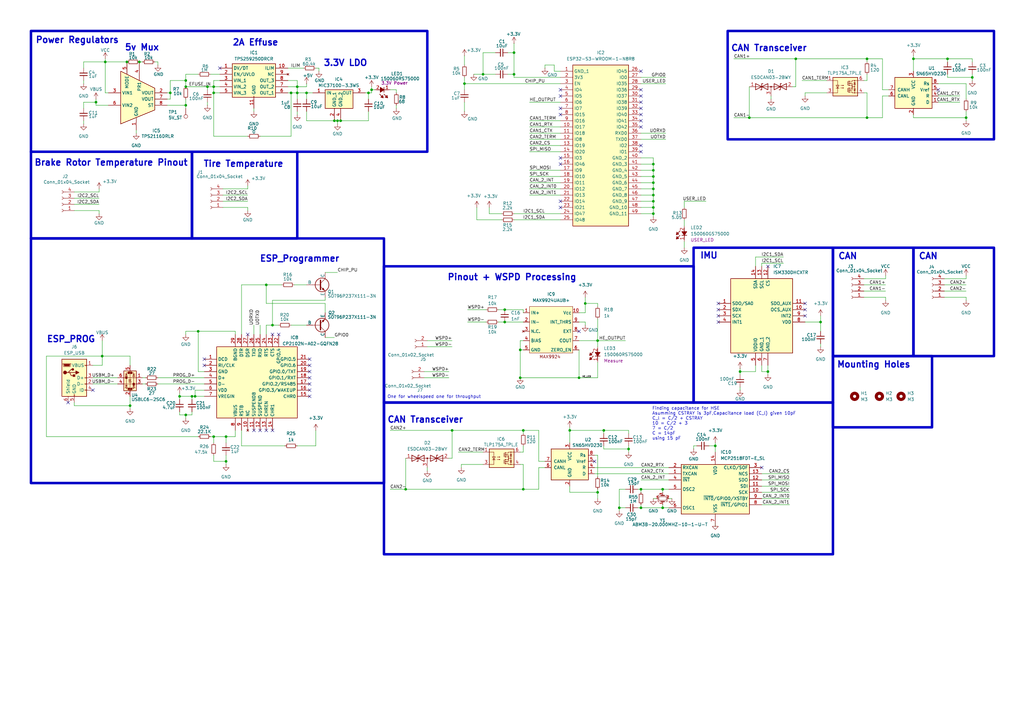
<source format=kicad_sch>
(kicad_sch (version 20250114) (generator "eeschema") (generator_version "9.0")
  (paper "A3")
  (rectangle (start 12.7 97.79) (end 157.48 198.12) (stroke (width 1.016)))
  (rectangle (start 374.65 101.6) (end 407.67 146.05) (stroke (width 1.016)))
  (rectangle (start 157.48 109.22) (end 284.48 165.1) (stroke (width 1.016)))
  (rectangle (start 157.48 165.1) (end 341.63 227.33) (stroke (width 1.016)))
  (rectangle (start 78.74 62.23) (end 121.92 97.79) (stroke (width 1.016)))
  (rectangle (start 298.45 12.7) (end 407.67 57.15) (stroke (width 1.016)))
  (rectangle (start 341.63 101.6) (end 374.65 146.05) (stroke (width 1.016)))
  (rectangle (start 12.7 62.23) (end 78.74 97.79) (stroke (width 1.016)))
  (rectangle (start 341.63 146.05) (end 382.27 175.26) (stroke (width 1.016)))
  (rectangle (start 12.7 12.7) (end 175.26 62.23) (stroke (width 1.016)))
  (rectangle (start 284.48 101.6) (end 341.63 165.1) (stroke (width 1.016)))
  (text "Finding capacitance for HSE \nAsumming CSTRAY is 3pF,Capacitance load (C_l) given 10pF\nC_l = C/2 + CSTRAY\n10 = C/2 + 3\n7 = C/2\nC = 14pF\nusing 15 pF" (at 267.462 166.878 0) (effects (font (size 1.27 1.27)) (justify left top)))
  (text "One for wheelspeed one for throughput" (at 178.054 162.814 0) (effects (font (size 1.27 1.27))))
  (text "2A Effuse" (at 95.25 19.05 0) (effects (font (size 2.56 2.56) (thickness 0.512) (bold yes)) (justify left bottom)))
  (text "IMU" (at 287.02 106.426 0) (effects (font (size 2.56 2.56) (thickness 0.512) (bold yes)) (justify left bottom)))
  (text "3.3V LDO" (at 132.588 27.432 0) (effects (font (size 2.56 2.56) (thickness 0.512) (bold yes)) (justify left bottom)))
  (text "CAN Transceiver" (at 158.75 173.736 0) (effects (font (size 2.54 2.54) (thickness 0.512) (bold yes)) (justify left bottom)))
  (text "CAN" (at 343.662 106.68 0) (effects (font (size 2.56 2.56) (thickness 0.512) (bold yes)) (justify left bottom)))
  (text "Brake Rotor Temperature Pinout" (at 13.97 68.326 0) (effects (font (size 2.56 2.56) (thickness 0.512) (bold yes)) (justify left bottom)))
  (text "ESP_Programmer" (at 106.426 107.696 0) (effects (font (size 2.54 2.54) (thickness 0.512) (bold yes)) (justify left bottom)))
  (text "ESP_PROG" (at 19.05 140.716 0) (effects (font (size 2.54 2.54) (thickness 0.512) (bold yes)) (justify left bottom)))
  (text "Pinout + WSPD Processing" (at 183.388 115.316 0) (effects (font (size 2.56 2.56) (thickness 0.512) (bold yes)) (justify left bottom)))
  (text "5v Mux" (at 51.054 21.082 0) (effects (font (size 2.56 2.56) (thickness 0.512) (bold yes)) (justify left bottom)))
  (text "Mounting Holes" (at 343.154 151.13 0) (effects (font (size 2.56 2.56) (thickness 0.512) (bold yes)) (justify left bottom)))
  (text "CAN Transceiver" (at 299.72 21.336 0) (effects (font (size 2.54 2.54) (thickness 0.512) (bold yes)) (justify left bottom)))
  (text "CAN" (at 376.682 106.68 0) (effects (font (size 2.56 2.56) (thickness 0.512) (bold yes)) (justify left bottom)))
  (text "Tire Temperature" (at 83.312 68.834 0) (effects (font (size 2.56 2.56) (thickness 0.512) (bold yes)) (justify left bottom)))
  (text "Power Regulators" (at 14.478 18.034 0) (effects (font (size 2.56 2.56) (thickness 0.512) (bold yes)) (justify left bottom)))
  (junction (at 139.7 49.53))
  (junction (at 237.49 154.94))
  (junction (at 267.97 74.93))
  (junction (at 39.37 41.91))
  (junction (at 303.53 152.4))
  (junction (at 78.74 162.56))
  (junction (at 374.65 24.13))
  (junction (at 271.78 200.66))
  (junction (at 262.89 200.66))
  (junction (at 267.97 80.01))
  (junction (at 355.6 48.26))
  (junction (at 151.13 38.1))
  (junction (at 138.43 49.53))
  (junction (at 76.2 35.56))
  (junction (at 396.24 48.26))
  (junction (at 262.89 208.28))
  (junction (at 314.96 152.4))
  (junction (at 307.34 48.26))
  (junction (at 233.68 176.53))
  (junction (at 125.73 38.1))
  (junction (at 76.2 33.02))
  (junction (at 207.01 132.08))
  (junction (at 257.81 184.15))
  (junction (at 355.6 24.13))
  (junction (at 41.91 146.05))
  (junction (at 53.34 166.37))
  (junction (at 210.82 21.59))
  (junction (at 137.16 49.53))
  (junction (at 166.37 200.66))
  (junction (at 245.11 201.93))
  (junction (at 85.09 35.56))
  (junction (at 87.63 38.1))
  (junction (at 111.76 133.35))
  (junction (at 76.2 43.18))
  (junction (at 207.01 127))
  (junction (at 119.38 38.1))
  (junction (at 213.36 154.94))
  (junction (at 57.15 25.4))
  (junction (at 43.18 25.4))
  (junction (at 185.42 176.53))
  (junction (at 254 208.28))
  (junction (at 52.07 25.4))
  (junction (at 336.55 132.08))
  (junction (at 245.11 139.7))
  (junction (at 247.65 176.53))
  (junction (at 271.78 208.28))
  (junction (at 267.97 69.85))
  (junction (at 214.63 176.53))
  (junction (at 267.97 85.09))
  (junction (at 69.85 38.1))
  (junction (at 267.97 82.55))
  (junction (at 80.01 162.56))
  (junction (at 152.4 36.83))
  (junction (at 81.28 135.89))
  (junction (at 267.97 87.63))
  (junction (at 121.92 38.1))
  (junction (at 267.97 67.31))
  (junction (at 198.12 30.48))
  (junction (at 210.82 30.48))
  (junction (at 190.5 34.29))
  (junction (at 92.71 179.07))
  (junction (at 76.2 170.18))
  (junction (at 267.97 72.39))
  (junction (at 293.37 182.88))
  (junction (at 121.92 35.56))
  (junction (at 87.63 179.07))
  (junction (at 267.97 77.47))
  (junction (at 73.66 162.56))
  (junction (at 240.03 124.46))
  (junction (at 214.63 200.66))
  (junction (at 213.36 143.51))
  (junction (at 388.62 24.13))
  (junction (at 92.71 189.23))
  (junction (at 87.63 35.56))
  (junction (at 326.39 24.13))
  (junction (at 398.78 31.75))
  (junction (at 109.22 116.84))
  (no_connect (at 111.76 176.53))
  (no_connect (at 106.68 176.53))
  (no_connect (at 229.87 64.77))
  (no_connect (at 104.14 176.53))
  (no_connect (at 127 162.56))
  (no_connect (at 127 154.94))
  (no_connect (at 229.87 36.83))
  (no_connect (at 262.89 44.45))
  (no_connect (at 127 149.86))
  (no_connect (at 384.81 36.83))
  (no_connect (at 262.89 39.37))
  (no_connect (at 330.2 127))
  (no_connect (at 262.89 41.91))
  (no_connect (at 262.89 62.23))
  (no_connect (at 330.2 124.46))
  (no_connect (at 127 160.02))
  (no_connect (at 127 152.4))
  (no_connect (at 101.6 137.16))
  (no_connect (at 314.96 109.22))
  (no_connect (at 83.82 149.86))
  (no_connect (at 229.87 46.99))
  (no_connect (at 294.64 132.08))
  (no_connect (at 237.49 135.89))
  (no_connect (at 83.82 147.32))
  (no_connect (at 90.17 27.94))
  (no_connect (at 229.87 82.55))
  (no_connect (at 262.89 36.83))
  (no_connect (at 294.64 129.54))
  (no_connect (at 229.87 67.31))
  (no_connect (at 229.87 39.37))
  (no_connect (at 330.2 129.54))
  (no_connect (at 114.3 137.16))
  (no_connect (at 262.89 59.69))
  (no_connect (at 109.22 176.53))
  (no_connect (at 294.64 127))
  (no_connect (at 127 157.48))
  (no_connect (at 111.76 137.16))
  (no_connect (at 229.87 44.45))
  (no_connect (at 262.89 46.99))
  (no_connect (at 262.89 52.07))
  (no_connect (at 127 147.32))
  (no_connect (at 312.42 191.77))
  (no_connect (at 243.84 189.23))
  (no_connect (at 262.89 29.21))
  (no_connect (at 262.89 49.53))
  (no_connect (at 27.94 165.1))
  (no_connect (at 38.1 160.02))
  (no_connect (at 229.87 85.09))
  (no_connect (at 294.64 124.46))
  (wire (pts (xy 213.36 139.7) (xy 213.36 143.51)))
  (wire (pts (xy 247.65 176.53) (xy 247.65 177.8)))
  (wire (pts (xy 267.97 74.93) (xy 267.97 77.47)))
  (wire (pts (xy 254 209.55) (xy 254 208.28)))
  (wire (pts (xy 53.34 146.05) (xy 53.34 149.86)))
  (wire (pts (xy 19.05 179.07) (xy 81.28 179.07)))
  (wire (pts (xy 257.81 184.15) (xy 257.81 185.42)))
  (wire (pts (xy 185.42 187.96) (xy 184.15 187.96)))
  (wire (pts (xy 388.62 24.13) (xy 388.62 25.4)))
  (wire (pts (xy 151.13 38.1) (xy 151.13 40.64)))
  (wire (pts (xy 120.65 116.84) (xy 125.73 116.84)))
  (wire (pts (xy 314.96 149.86) (xy 314.96 152.4)))
  (wire (pts (xy 267.97 85.09) (xy 267.97 87.63)))
  (wire (pts (xy 326.39 35.56) (xy 325.12 35.56)))
  (wire (pts (xy 152.4 36.83) (xy 153.67 36.83)))
  (wire (pts (xy 101.6 85.09) (xy 101.6 86.36)))
  (wire (pts (xy 262.89 67.31) (xy 267.97 67.31)))
  (wire (pts (xy 237.49 139.7) (xy 245.11 139.7)))
  (wire (pts (xy 162.56 36.83) (xy 162.56 38.1)))
  (wire (pts (xy 58.42 25.4) (xy 57.15 25.4)))
  (wire (pts (xy 92.71 179.07) (xy 92.71 181.61)))
  (wire (pts (xy 217.17 54.61) (xy 229.87 54.61)))
  (wire (pts (xy 173.99 154.94) (xy 184.15 154.94)))
  (wire (pts (xy 312.42 109.22) (xy 312.42 107.95)))
  (wire (pts (xy 374.65 24.13) (xy 374.65 29.21)))
  (wire (pts (xy 262.89 87.63) (xy 267.97 87.63)))
  (wire (pts (xy 363.22 114.3) (xy 363.22 113.03)))
  (wire (pts (xy 38.1 157.48) (xy 48.26 157.48)))
  (wire (pts (xy 87.63 179.07) (xy 87.63 181.61)))
  (wire (pts (xy 245.11 130.81) (xy 245.11 139.7)))
  (wire (pts (xy 336.55 140.97) (xy 336.55 142.24)))
  (wire (pts (xy 213.36 185.42) (xy 214.63 185.42)))
  (wire (pts (xy 73.66 162.56) (xy 73.66 161.29)))
  (wire (pts (xy 233.68 201.93) (xy 233.68 199.39)))
  (wire (pts (xy 87.63 33.02) (xy 90.17 33.02)))
  (wire (pts (xy 300.99 48.26) (xy 307.34 48.26)))
  (wire (pts (xy 262.89 34.29) (xy 273.05 34.29)))
  (wire (pts (xy 217.17 77.47) (xy 229.87 77.47)))
  (wire (pts (xy 92.71 189.23) (xy 92.71 190.5)))
  (wire (pts (xy 137.16 49.53) (xy 138.43 49.53)))
  (wire (pts (xy 213.36 154.94) (xy 237.49 154.94)))
  (wire (pts (xy 262.89 200.66) (xy 262.89 201.93)))
  (wire (pts (xy 312.42 204.47) (xy 323.85 204.47)))
  (wire (pts (xy 262.89 208.28) (xy 271.78 208.28)))
  (wire (pts (xy 111.76 133.35) (xy 114.3 133.35)))
  (wire (pts (xy 119.38 55.88) (xy 119.38 38.1)))
  (wire (pts (xy 243.84 186.69) (xy 245.11 186.69)))
  (wire (pts (xy 125.73 45.72) (xy 125.73 49.53)))
  (wire (pts (xy 280.67 99.06) (xy 280.67 101.6)))
  (wire (pts (xy 87.63 38.1) (xy 87.63 55.88)))
  (wire (pts (xy 125.73 35.56) (xy 125.73 34.29)))
  (wire (pts (xy 30.48 166.37) (xy 30.48 165.1)))
  (wire (pts (xy 284.48 184.15) (xy 284.48 182.88)))
  (wire (pts (xy 80.01 160.02) (xy 80.01 162.56)))
  (wire (pts (xy 175.26 139.7) (xy 185.42 139.7)))
  (wire (pts (xy 262.89 80.01) (xy 267.97 80.01)))
  (wire (pts (xy 85.09 35.56) (xy 87.63 35.56)))
  (wire (pts (xy 76.2 135.89) (xy 76.2 137.16)))
  (wire (pts (xy 133.35 138.43) (xy 137.16 138.43)))
  (wire (pts (xy 41.91 146.05) (xy 41.91 149.86)))
  (wire (pts (xy 68.58 43.18) (xy 76.2 43.18)))
  (wire (pts (xy 326.39 24.13) (xy 355.6 24.13)))
  (wire (pts (xy 86.36 179.07) (xy 87.63 179.07)))
  (wire (pts (xy 396.24 121.92) (xy 396.24 123.19)))
  (wire (pts (xy 91.44 82.55) (xy 101.6 82.55)))
  (wire (pts (xy 121.92 35.56) (xy 121.92 38.1)))
  (wire (pts (xy 309.88 105.41) (xy 321.31 105.41)))
  (wire (pts (xy 86.36 30.48) (xy 90.17 30.48)))
  (wire (pts (xy 262.89 72.39) (xy 267.97 72.39)))
  (wire (pts (xy 76.2 33.02) (xy 76.2 35.56)))
  (wire (pts (xy 85.09 36.83) (xy 85.09 35.56)))
  (wire (pts (xy 198.12 190.5) (xy 189.23 190.5)))
  (wire (pts (xy 396.24 114.3) (xy 396.24 113.03)))
  (wire (pts (xy 121.92 45.72) (xy 121.92 46.99)))
  (wire (pts (xy 214.63 177.8) (xy 214.63 176.53)))
  (wire (pts (xy 388.62 31.75) (xy 398.78 31.75)))
  (wire (pts (xy 34.29 25.4) (xy 43.18 25.4)))
  (wire (pts (xy 198.12 30.48) (xy 203.2 30.48)))
  (wire (pts (xy 262.89 74.93) (xy 267.97 74.93)))
  (wire (pts (xy 101.6 76.2) (xy 101.6 77.47)))
  (wire (pts (xy 280.67 82.55) (xy 280.67 85.09)))
  (wire (pts (xy 237.49 132.08) (xy 240.03 132.08)))
  (wire (pts (xy 73.66 168.91) (xy 73.66 170.18)))
  (wire (pts (xy 361.95 48.26) (xy 361.95 39.37)))
  (wire (pts (xy 247.65 184.15) (xy 257.81 184.15)))
  (wire (pts (xy 34.29 34.29) (xy 34.29 33.02)))
  (wire (pts (xy 160.02 176.53) (xy 185.42 176.53)))
  (wire (pts (xy 262.89 54.61) (xy 273.05 54.61)))
  (wire (pts (xy 121.92 33.02) (xy 121.92 35.56)))
  (wire (pts (xy 208.28 21.59) (xy 210.82 21.59)))
  (wire (pts (xy 387.35 114.3) (xy 396.24 114.3)))
  (wire (pts (xy 293.37 182.88) (xy 293.37 185.42)))
  (wire (pts (xy 243.84 191.77) (xy 274.32 191.77)))
  (wire (pts (xy 55.88 53.34) (xy 55.88 54.61)))
  (wire (pts (xy 96.52 137.16) (xy 96.52 135.89)))
  (wire (pts (xy 80.01 162.56) (xy 83.82 162.56)))
  (wire (pts (xy 396.24 48.26) (xy 396.24 49.53)))
  (wire (pts (xy 198.12 21.59) (xy 203.2 21.59)))
  (wire (pts (xy 245.11 148.59) (xy 245.11 154.94)))
  (wire (pts (xy 111.76 123.19) (xy 111.76 133.35)))
  (wire (pts (xy 190.5 31.75) (xy 190.5 34.29)))
  (wire (pts (xy 173.99 152.4) (xy 184.15 152.4)))
  (wire (pts (xy 198.12 185.42) (xy 187.96 185.42)))
  (wire (pts (xy 104.14 44.45) (xy 104.14 45.72)))
  (wire (pts (xy 267.97 64.77) (xy 267.97 67.31)))
  (wire (pts (xy 262.89 64.77) (xy 267.97 64.77)))
  (wire (pts (xy 396.24 121.92) (xy 387.35 121.92)))
  (wire (pts (xy 336.55 132.08) (xy 336.55 135.89)))
  (wire (pts (xy 398.78 30.48) (xy 398.78 31.75)))
  (wire (pts (xy 354.33 116.84) (xy 363.22 116.84)))
  (wire (pts (xy 76.2 30.48) (xy 76.2 33.02)))
  (wire (pts (xy 198.12 21.59) (xy 198.12 30.48)))
  (wire (pts (xy 92.71 179.07) (xy 96.52 179.07)))
  (wire (pts (xy 214.63 128.27) (xy 214.63 127)))
  (wire (pts (xy 214.63 127) (xy 207.01 127)))
  (wire (pts (xy 240.03 124.46) (xy 240.03 128.27)))
  (wire (pts (xy 262.89 196.85) (xy 274.32 196.85)))
  (wire (pts (xy 106.68 133.35) (xy 106.68 137.16)))
  (wire (pts (xy 43.18 24.13) (xy 43.18 25.4)))
  (wire (pts (xy 233.68 176.53) (xy 247.65 176.53)))
  (wire (pts (xy 240.03 128.27) (xy 237.49 128.27)))
  (wire (pts (xy 30.48 83.82) (xy 40.64 83.82)))
  (wire (pts (xy 300.99 24.13) (xy 326.39 24.13)))
  (wire (pts (xy 267.97 82.55) (xy 267.97 85.09)))
  (wire (pts (xy 312.42 149.86) (xy 312.42 152.4)))
  (wire (pts (xy 254 208.28) (xy 254 200.66)))
  (wire (pts (xy 237.49 154.94) (xy 245.11 154.94)))
  (wire (pts (xy 76.2 43.18) (xy 76.2 44.45)))
  (wire (pts (xy 40.64 86.36) (xy 40.64 87.63)))
  (wire (pts (xy 87.63 38.1) (xy 90.17 38.1)))
  (wire (pts (xy 330.2 132.08) (xy 336.55 132.08)))
  (wire (pts (xy 213.36 139.7) (xy 214.63 139.7)))
  (wire (pts (xy 119.38 133.35) (xy 125.73 133.35)))
  (wire (pts (xy 396.24 45.72) (xy 396.24 48.26)))
  (wire (pts (xy 237.49 143.51) (xy 237.49 154.94)))
  (wire (pts (xy 111.76 133.35) (xy 109.22 133.35)))
  (wire (pts (xy 223.52 26.67) (xy 223.52 27.94)))
  (wire (pts (xy 116.84 182.88) (xy 99.06 182.88)))
  (wire (pts (xy 312.42 107.95) (xy 321.31 107.95)))
  (wire (pts (xy 76.2 35.56) (xy 85.09 35.56)))
  (wire (pts (xy 190.5 22.86) (xy 190.5 26.67)))
  (wire (pts (xy 303.53 158.75) (xy 303.53 160.02)))
  (wire (pts (xy 214.63 190.5) (xy 214.63 200.66)))
  (wire (pts (xy 309.88 109.22) (xy 309.88 105.41)))
  (wire (pts (xy 152.4 38.1) (xy 151.13 38.1)))
  (wire (pts (xy 139.7 49.53) (xy 151.13 49.53)))
  (wire (pts (xy 257.81 182.88) (xy 257.81 184.15)))
  (wire (pts (xy 87.63 55.88) (xy 101.6 55.88)))
  (wire (pts (xy 267.97 87.63) (xy 267.97 88.9)))
  (wire (pts (xy 227.33 29.21) (xy 227.33 26.67)))
  (wire (pts (xy 19.05 146.05) (xy 41.91 146.05)))
  (wire (pts (xy 384.81 34.29) (xy 396.24 34.29)))
  (wire (pts (xy 133.35 111.76) (xy 138.43 111.76)))
  (wire (pts (xy 227.33 26.67) (xy 223.52 26.67)))
  (wire (pts (xy 210.82 17.78) (xy 210.82 21.59)))
  (wire (pts (xy 398.78 24.13) (xy 398.78 25.4)))
  (wire (pts (xy 374.65 48.26) (xy 396.24 48.26)))
  (wire (pts (xy 118.11 38.1) (xy 119.38 38.1)))
  (wire (pts (xy 214.63 185.42) (xy 214.63 182.88)))
  (wire (pts (xy 39.37 40.64) (xy 39.37 41.91)))
  (wire (pts (xy 293.37 215.9) (xy 293.37 214.63)))
  (wire (pts (xy 87.63 179.07) (xy 92.71 179.07)))
  (wire (pts (xy 73.66 170.18) (xy 76.2 170.18)))
  (wire (pts (xy 303.53 152.4) (xy 303.53 151.13)))
  (wire (pts (xy 330.2 38.1) (xy 330.2 39.37)))
  (wire (pts (xy 396.24 34.29) (xy 396.24 40.64)))
  (wire (pts (xy 190.5 41.91) (xy 190.5 45.72)))
  (wire (pts (xy 262.89 200.66) (xy 271.78 200.66)))
  (wire (pts (xy 138.43 49.53) (xy 138.43 50.8)))
  (wire (pts (xy 19.05 146.05) (xy 19.05 179.07)))
  (wire (pts (xy 245.11 186.69) (xy 245.11 195.58)))
  (wire (pts (xy 303.53 152.4) (xy 303.53 153.67)))
  (wire (pts (xy 92.71 186.69) (xy 92.71 189.23)))
  (wire (pts (xy 91.44 85.09) (xy 101.6 85.09)))
  (wire (pts (xy 312.42 207.01) (xy 323.85 207.01)))
  (wire (pts (xy 78.74 170.18) (xy 78.74 168.91)))
  (wire (pts (xy 309.88 152.4) (xy 303.53 152.4)))
  (wire (pts (xy 309.88 149.86) (xy 309.88 152.4)))
  (wire (pts (xy 361.95 36.83) (xy 364.49 36.83)))
  (wire (pts (xy 262.89 85.09) (xy 267.97 85.09)))
  (wire (pts (xy 220.98 189.23) (xy 223.52 189.23)))
  (wire (pts (xy 240.03 132.08) (xy 240.03 133.35)))
  (wire (pts (xy 30.48 166.37) (xy 53.34 166.37)))
  (wire (pts (xy 138.43 49.53) (xy 139.7 49.53)))
  (wire (pts (xy 118.11 35.56) (xy 121.92 35.56)))
  (wire (pts (xy 133.35 123.19) (xy 111.76 123.19)))
  (wire (pts (xy 69.85 33.02) (xy 76.2 33.02)))
  (wire (pts (xy 73.66 162.56) (xy 73.66 163.83)))
  (wire (pts (xy 149.86 38.1) (xy 151.13 38.1)))
  (wire (pts (xy 312.42 196.85) (xy 323.85 196.85)))
  (wire (pts (xy 245.11 139.7) (xy 256.54 139.7)))
  (wire (pts (xy 195.58 85.09) (xy 195.58 90.17)))
  (wire (pts (xy 41.91 139.7) (xy 41.91 146.05)))
  (wire (pts (xy 247.65 184.15) (xy 247.65 182.88)))
  (wire (pts (xy 245.11 139.7) (xy 245.11 142.24)))
  (wire (pts (xy 355.6 38.1) (xy 355.6 48.26)))
  (wire (pts (xy 58.42 157.48) (xy 59.69 157.48)))
  (wire (pts (xy 293.37 181.61) (xy 293.37 182.88)))
  (wire (pts (xy 101.6 77.47) (xy 91.44 77.47)))
  (wire (pts (xy 261.62 208.28) (xy 262.89 208.28)))
  (wire (pts (xy 374.65 48.26) (xy 374.65 46.99)))
  (wire (pts (xy 121.92 182.88) (xy 129.54 182.88)))
  (wire (pts (xy 355.6 33.02) (xy 355.6 30.48)))
  (wire (pts (xy 190.5 34.29) (xy 229.87 34.29)))
  (wire (pts (xy 204.47 127) (xy 207.01 127)))
  (wire (pts (xy 374.65 24.13) (xy 388.62 24.13)))
  (wire (pts (xy 76.2 40.64) (xy 76.2 43.18)))
  (wire (pts (xy 217.17 74.93) (xy 229.87 74.93)))
  (wire (pts (xy 137.16 49.53) (xy 125.73 49.53)))
  (wire (pts (xy 73.66 162.56) (xy 78.74 162.56)))
  (wire (pts (xy 271.78 208.28) (xy 274.32 208.28)))
  (wire (pts (xy 64.77 25.4) (xy 63.5 25.4)))
  (wire (pts (xy 339.09 38.1) (xy 330.2 38.1)))
  (wire (pts (xy 210.82 21.59) (xy 210.82 30.48)))
  (wire (pts (xy 64.77 154.94) (xy 83.82 154.94)))
  (wire (pts (xy 262.89 57.15) (xy 273.05 57.15)))
  (wire (pts (xy 121.92 38.1) (xy 125.73 38.1)))
  (wire (pts (xy 229.87 31.75) (xy 210.82 31.75)))
  (wire (pts (xy 326.39 24.13) (xy 326.39 35.56)))
  (wire (pts (xy 210.82 90.17) (xy 229.87 90.17)))
  (wire (pts (xy 361.95 39.37) (xy 364.49 39.37)))
  (wire (pts (xy 30.48 86.36) (xy 40.64 86.36)))
  (wire (pts (xy 363.22 121.92) (xy 354.33 121.92)))
  (wire (pts (xy 336.55 129.54) (xy 336.55 132.08)))
  (wire (pts (xy 185.42 176.53) (xy 214.63 176.53)))
  (wire (pts (xy 87.63 35.56) (xy 90.17 35.56)))
  (wire (pts (xy 229.87 29.21) (xy 227.33 29.21)))
  (wire (pts (xy 99.06 116.84) (xy 99.06 137.16)))
  (wire (pts (xy 78.74 162.56) (xy 78.74 163.83)))
  (wire (pts (xy 312.42 199.39) (xy 323.85 199.39)))
  (wire (pts (xy 185.42 176.53) (xy 185.42 187.96)))
  (wire (pts (xy 267.97 77.47) (xy 267.97 80.01)))
  (wire (pts (xy 355.6 48.26) (xy 361.95 48.26)))
  (wire (pts (xy 41.91 146.05) (xy 53.34 146.05)))
  (wire (pts (xy 34.29 49.53) (xy 34.29 50.8)))
  (wire (pts (xy 166.37 187.96) (xy 166.37 200.66)))
  (wire (pts (xy 39.37 41.91) (xy 34.29 41.91)))
  (wire (pts (xy 271.78 208.28) (xy 271.78 207.01)))
  (wire (pts (xy 129.54 182.88) (xy 129.54 176.53)))
  (wire (pts (xy 220.98 176.53) (xy 220.98 189.23)))
  (wire (pts (xy 87.63 35.56) (xy 87.63 33.02)))
  (wire (pts (xy 214.63 176.53) (xy 220.98 176.53)))
  (wire (pts (xy 217.17 59.69) (xy 229.87 59.69)))
  (wire (pts (xy 96.52 179.07) (xy 96.52 176.53)))
  (wire (pts (xy 189.23 190.5) (xy 189.23 191.77)))
  (wire (pts (xy 43.18 25.4) (xy 43.18 38.1)))
  (wire (pts (xy 387.35 116.84) (xy 396.24 116.84)))
  (wire (pts (xy 243.84 194.31) (xy 274.32 194.31)))
  (wire (pts (xy 81.28 135.89) (xy 81.28 152.4)))
  (wire (pts (xy 233.68 201.93) (xy 245.11 201.93)))
  (wire (pts (xy 271.78 200.66) (xy 271.78 201.93)))
  (wire (pts (xy 261.62 200.66) (xy 262.89 200.66)))
  (wire (pts (xy 247.65 176.53) (xy 257.81 176.53)))
  (wire (pts (xy 83.82 152.4) (xy 81.28 152.4)))
  (wire (pts (xy 274.32 204.47) (xy 275.59 204.47)))
  (wire (pts (xy 38.1 149.86) (xy 41.91 149.86)))
  (wire (pts (xy 43.18 38.1) (xy 44.45 38.1)))
  (wire (pts (xy 68.58 40.64) (xy 69.85 40.64)))
  (wire (pts (xy 374.65 22.86) (xy 374.65 24.13)))
  (wire (pts (xy 217.17 72.39) (xy 229.87 72.39)))
  (wire (pts (xy 151.13 45.72) (xy 151.13 49.53)))
  (wire (pts (xy 175.26 191.77) (xy 175.26 193.04)))
  (wire (pts (xy 191.77 132.08) (xy 199.39 132.08)))
  (wire (pts (xy 262.89 31.75) (xy 273.05 31.75)))
  (wire (pts (xy 217.17 49.53) (xy 229.87 49.53)))
  (wire (pts (xy 214.63 200.66) (xy 220.98 200.66)))
  (wire (pts (xy 233.68 176.53) (xy 233.68 181.61)))
  (wire (pts (xy 355.6 24.13) (xy 361.95 24.13)))
  (wire (pts (xy 69.85 38.1) (xy 69.85 33.02)))
  (wire (pts (xy 162.56 43.18) (xy 162.56 44.45)))
  (wire (pts (xy 312.42 194.31) (xy 323.85 194.31)))
  (wire (pts (xy 267.97 67.31) (xy 267.97 69.85)))
  (wire (pts (xy 133.35 124.46) (xy 109.22 124.46)))
  (wire (pts (xy 207.01 132.08) (xy 214.63 132.08)))
  (wire (pts (xy 280.67 82.55) (xy 289.56 82.55)))
  (wire (pts (xy 91.44 80.01) (xy 101.6 80.01)))
  (wire (pts (xy 213.36 143.51) (xy 214.63 143.51)))
  (wire (pts (xy 40.64 77.47) (xy 40.64 78.74)))
  (wire (pts (xy 175.26 142.24) (xy 185.42 142.24)))
  (wire (pts (xy 271.78 200.66) (xy 274.32 200.66)))
  (wire (pts (xy 384.81 41.91) (xy 393.7 41.91)))
  (wire (pts (xy 166.37 200.66) (xy 214.63 200.66)))
  (wire (pts (xy 217.17 41.91) (xy 229.87 41.91)))
  (wire (pts (xy 254 208.28) (xy 256.54 208.28)))
  (wire (pts (xy 312.42 152.4) (xy 314.96 152.4)))
  (wire (pts (xy 307.34 48.26) (xy 355.6 48.26)))
  (wire (pts (xy 388.62 24.13) (xy 398.78 24.13)))
  (wire (pts (xy 119.38 38.1) (xy 121.92 38.1)))
  (wire (pts (xy 245.11 201.93) (xy 245.11 204.47)))
  (wire (pts (xy 284.48 182.88) (xy 285.75 182.88)))
  (wire (pts (xy 34.29 41.91) (xy 34.29 44.45)))
  (wire (pts (xy 87.63 35.56) (xy 87.63 38.1)))
  (wire (pts (xy 217.17 57.15) (xy 229.87 57.15)))
  (wire (pts (xy 267.97 72.39) (xy 267.97 74.93)))
  (wire (pts (xy 240.03 124.46) (xy 245.11 124.46)))
  (wire (pts (xy 121.92 38.1) (xy 121.92 40.64)))
  (wire (pts (xy 190.5 34.29) (xy 190.5 36.83)))
  (wire (pts (xy 109.22 133.35) (xy 109.22 137.16)))
  (wire (pts (xy 53.34 167.64) (xy 53.34 166.37)))
  (wire (pts (xy 396.24 119.38) (xy 387.35 119.38)))
  (wire (pts (xy 80.01 160.02) (xy 83.82 160.02)))
  (wire (pts (xy 104.14 133.35) (xy 104.14 137.16)))
  (wire (pts (xy 39.37 43.18) (xy 44.45 43.18)))
  (wire (pts (xy 312.42 201.93) (xy 323.85 201.93)))
  (wire (pts (xy 106.68 55.88) (xy 119.38 55.88)))
  (wire (pts (xy 96.52 135.89) (xy 81.28 135.89)))
  (wire (pts (xy 43.18 25.4) (xy 52.07 25.4)))
  (wire (pts (xy 194.31 30.48) (xy 198.12 30.48)))
  (wire (pts (xy 195.58 90.17) (xy 205.74 90.17)))
  (wire (pts (xy 217.17 52.07) (xy 229.87 52.07)))
  (wire (pts (xy 217.17 62.23) (xy 229.87 62.23)))
  (wire (pts (xy 64.77 25.4) (xy 64.77 26.67)))
  (wire (pts (xy 38.1 154.94) (xy 48.26 154.94)))
  (wire (pts (xy 39.37 41.91) (xy 39.37 43.18)))
  (wire (pts (xy 355.6 25.4) (xy 355.6 24.13)))
  (wire (pts (xy 30.48 81.28) (xy 40.64 81.28)))
  (wire (pts (xy 384.81 39.37) (xy 393.7 39.37)))
  (wire (pts (xy 129.54 27.94) (xy 130.81 27.94)))
  (wire (pts (xy 109.22 116.84) (xy 115.57 116.84)))
  (wire (pts (xy 109.22 116.84) (xy 109.22 124.46)))
  (wire (pts (xy 210.82 30.48) (xy 210.82 31.75)))
  (wire (pts (xy 121.92 35.56) (xy 125.73 35.56)))
  (wire (pts (xy 307.34 35.56) (xy 307.34 48.26)))
  (wire (pts (xy 130.81 27.94) (xy 130.81 29.21)))
  (wire (pts (xy 30.48 78.74) (xy 40.64 78.74)))
  (wire (pts (xy 233.68 175.26) (xy 233.68 176.53)))
  (wire (pts (xy 133.35 121.92) (xy 133.35 123.19)))
  (wire (pts (xy 208.28 30.48) (xy 210.82 30.48)))
  (wire (pts (xy 213.36 190.5) (xy 214.63 190.5)))
  (wire (pts (xy 53.34 162.56) (xy 53.34 166.37)))
  (wire (pts (xy 267.97 204.47) (xy 269.24 204.47)))
  (wire (pts (xy 76.2 170.18) (xy 78.74 170.18)))
  (wire (pts (xy 240.03 121.92) (xy 240.03 124.46)))
  (wire (pts (xy 133.35 128.27) (xy 133.35 124.46)))
  (wire (pts (xy 152.4 36.83) (xy 152.4 38.1)))
  (wire (pts (xy 109.22 116.84) (xy 99.06 116.84)))
  (wire (pts (xy 210.82 87.63) (xy 229.87 87.63)))
  (wire (pts (xy 354.33 33.02) (xy 355.6 33.02)))
  (wire (pts (xy 76.2 30.48) (xy 81.28 30.48)))
  (wire (pts (xy 290.83 182.88) (xy 293.37 182.88)))
  (wire (pts (xy 217.17 69.85) (xy 229.87 69.85)))
  (wire (pts (xy 69.85 40.64) (xy 69.85 38.1)))
  (wire (pts (xy 398.78 31.75) (xy 398.78 33.02)))
  (wire (pts (xy 160.02 36.83) (xy 162.56 36.83)))
  (wire (pts (xy 87.63 186.69) (xy 87.63 189.23)))
  (wire (pts (xy 160.02 200.66) (xy 166.37 200.66)))
  (wire (pts (xy 200.66 87.63) (xy 205.74 87.63)))
  (wire (pts (xy 388.62 31.75) (xy 388.62 30.48)))
  (wire (pts (xy 99.06 182.88) (xy 99.06 176.53)))
  (wire (pts (xy 339.09 33.02) (xy 328.93 33.02)))
  (wire (pts (xy 220.98 200.66) (xy 220.98 191.77)))
  (wire (pts (xy 262.89 69.85) (xy 267.97 69.85)))
  (wire (pts (xy 363.22 119.38) (xy 354.33 119.38)))
  (wire (pts (xy 76.2 135.89) (xy 81.28 135.89)))
  (wire (pts (xy 280.67 90.17) (xy 280.67 92.71)))
  (wire (pts (xy 78.74 162.56) (xy 80.01 162.56)))
  (wire (pts (xy 245.11 124.46) (xy 245.11 125.73)))
  (wire (pts (xy 118.11 33.02) (xy 121.92 33.02)))
  (wire (pts (xy 316.23 39.37) (xy 316.23 40.64)))
  (wire (pts (xy 213.36 143.51) (xy 213.36 154.94)))
  (wire (pts (xy 200.66 87.63) (xy 200.66 85.09)))
  (wire (pts (xy 204.47 132.08) (xy 207.01 132.08)))
  (wire (pts (xy 267.97 69.85) (xy 267.97 72.39)))
  (wire (pts (xy 118.11 27.94) (xy 124.46 27.94)))
  (wire (pts (xy 76.2 170.18) (xy 76.2 171.45)))
  (wire (pts (xy 217.17 80.01) (xy 229.87 80.01)))
  (wire (pts (xy 363.22 121.92) (xy 363.22 123.19)))
  (wire (pts (xy 314.96 152.4) (xy 314.96 153.67)))
  (wire (pts (xy 220.98 191.77) (xy 223.52 191.77)))
  (wire (pts (xy 191.77 127) (xy 199.39 127)))
  (wire (pts (xy 354.33 114.3) (xy 363.22 114.3)))
  (wire (pts (xy 254 200.66) (xy 256.54 200.66)))
  (wire (pts (xy 125.73 40.64) (xy 125.73 38.1)))
  (wire (pts (xy 85.09 41.91) (xy 85.09 43.18)))
  (wire (pts (xy 257.81 176.53) (xy 257.81 177.8)))
  (wire (pts (xy 267.97 80.01) (xy 267.97 82.55)))
  (wire (pts (xy 87.63 189.23) (xy 92.71 189.23)))
  (wire (pts (xy 354.33 38.1) (xy 355.6 38.1)))
  (wire (pts (xy 262.89 77.47) (xy 267.97 77.47)))
  (wire (pts (xy 69.85 38.1) (xy 68.58 38.1)))
  (wire (pts (xy 125.73 38.1) (xy 128.27 38.1)))
  (wire (pts (xy 64.77 157.48) (xy 83.82 157.48)))
  (wire (pts (xy 262.89 82.55) (xy 267.97 82.55)))
  (wire (pts (xy 262.89 207.01) (xy 262.89 208.28)))
  (wire (pts (xy 152.4 36.83) (xy 152.4 35.56)))
  (wire (pts (xy 245.11 201.93) (xy 245.11 200.66)))
  (wire (pts (xy 34.29 25.4) (xy 34.29 27.94)))
  (wire (pts (xy 361.95 24.13) (xy 361.95 36.83)))
  (wire (pts (xy 58.42 154.94) (xy 59.69 154.94)))
  (label "WSPD+" (at 184.15 152.4 180))
  (label "SPI_MOSI" (at 217.17 69.85 0))
  (label "HE_OUTPUT" (at 256.54 139.7 180))
  (label "UORXD" (at 104.14 133.35 90))
  (label "UOTXD" (at 273.05 57.15 180))
  (label "HE_OUTPUT" (at 217.17 41.91 0))
  (label "CHIP_PU" (at 223.52 34.29 180))
  (label "EFUSE_IN" (at 77.47 35.56 0))
  (label "I2C2_SDA" (at 40.64 83.82 180))
  (label "CAN2-" (at 160.02 200.66 0))
  (label "CAN_2_INT" (at 262.89 196.85 0))
  (label "I2C2_SCL" (at 40.64 81.28 180))
  (label "CAN2_RTX" (at 262.89 191.77 0))
  (label "CAN_2_INT1" (at 323.85 207.01 180))
  (label "I2C1_SDA" (at 321.31 105.41 180))
  (label "CAN2+" (at 396.24 116.84 180))
  (label "WSPD+" (at 191.77 127 0))
  (label "UOTXD" (at 106.68 133.35 90))
  (label "GPIO0" (at 273.05 31.75 180))
  (label "CAN1-" (at 300.99 48.26 0))
  (label "I2C1_SCL" (at 223.52 87.63 180))
  (label "USER_LED" (at 273.05 34.29 180))
  (label "CAN2_CS" (at 323.85 194.31 180))
  (label "SPI_MOSI" (at 323.85 199.39 180))
  (label "GPIO0" (at 137.16 138.43 0))
  (label "ILIM" (at 123.19 27.94 180))
  (label "CAN1-" (at 363.22 119.38 180))
  (label "I2C1_SCL" (at 321.31 107.95 180))
  (label "CAN1_CTX" (at 393.7 39.37 180))
  (label "SPI_MISO" (at 323.85 196.85 180))
  (label "WSPD-" (at 184.15 154.94 180))
  (label "CAN2_CTX" (at 262.89 194.31 0))
  (label "CAN2_TERM" (at 217.17 57.15 0))
  (label "CAN_2_INT0" (at 323.85 204.47 180))
  (label "CAN1_TERM" (at 217.17 49.53 0))
  (label "WSPD-" (at 191.77 132.08 0))
  (label "USBM_D-" (at 46.99 157.48 180))
  (label "CAN1_CTX" (at 217.17 54.61 0))
  (label "CAN2_CS" (at 217.17 59.69 0))
  (label "CAN1+" (at 363.22 116.84 180))
  (label "CAN1+" (at 300.99 24.13 0))
  (label "UORXD" (at 273.05 54.61 180))
  (label "USER_LED" (at 289.56 82.55 180))
  (label "SPI_SCK" (at 217.17 72.39 0))
  (label "CAN1_RTX" (at 217.17 52.07 0))
  (label "USBM_D+" (at 46.99 154.94 180))
  (label "CAN2+" (at 160.02 176.53 0))
  (label "CAN1_RTX" (at 393.7 41.91 180))
  (label "I2C2_SCL" (at 101.6 80.01 180))
  (label "CHIP_PU" (at 138.43 111.76 0))
  (label "PROG_D-" (at 80.01 157.48 180))
  (label "PROG_D+" (at 80.01 154.94 180))
  (label "CAN1_TERM" (at 328.93 33.02 0))
  (label "WSPD-" (at 185.42 142.24 180))
  (label "CAN2_TERM" (at 187.96 185.42 0))
  (label "CAN_2_INT0" (at 217.17 77.47 0))
  (label "I2C1_SDA" (at 223.52 90.17 180))
  (label "SPI_MISO" (at 217.17 62.23 0))
  (label "WSPD+" (at 185.42 139.7 180))
  (label "CAN_2_INT1" (at 217.17 80.01 0))
  (label "I2C2_SDA" (at 101.6 82.55 180))
  (label "HE_LED" (at 238.76 154.94 0) (effects (font (size 0.64 0.64))))
  (label "CAN_2_INT" (at 217.17 74.93 0))
  (label "CAN2-" (at 396.24 119.38 180))
  (label "SPI_SCK" (at 323.85 201.93 180))
  (symbol (lib_id "power:+3.3V") (at 152.4 35.56 0) (unit 1)
    (property "Reference" "#PWR012" (effects (hide yes)))
    (property "Value" "+3.3V" (at 152.4 31.75 0))
    (property "Description" "Power symbol creates a global label with name \"+3.3V\"" (effects (hide yes)))
  )
  (symbol (lib_id "Device:C_Small") (at 259.08 200.66 90) (unit 1)
    (property "Reference" "C29" (at 257.302 196.596 90) (effects (justify right)))
    (property "Value" "15pF" (at 257.556 198.12 90) (effects (justify right)))
    (property "Footprint" "Capacitor_SMD:C_0603_1608Metric" (effects (hide yes)))
  )
  (symbol (lib_name "GND_5") (lib_id "power:GND") (at 190.5 45.72 0) (unit 1)
    (property "Reference" "#PWR019" (effects (hide yes)))
    (property "Value" "GND" (at 193.802 48.768 0))
    (property "Description" "Power symbol creates a global label with name \"GND\" , ground" (effects (hide yes)))
  )
  (symbol (lib_id "Device:R_Small") (at 54.61 25.4 270) (unit 1)
    (property "Reference" "R1" (at 52.832 22.098 90) (effects (justify left)))
    (property "Value" "10k" (at 54.61 23.622 90))
    (property "Footprint" "Resistor_SMD:R_0603_1608Metric" (effects (hide yes)))
  )
  (symbol (lib_id "power:GND") (at 257.81 185.42 0) (unit 1)
    (property "Reference" "#PWR026" (effects (hide yes)))
    (property "Value" "GND" (at 257.81 190.5 0))
    (property "Description" "Power symbol creates a global label with name \"GND\" , ground" (effects (hide yes)))
  )
  (symbol (lib_id "SDM_LED:150060RS75000") (at 245.11 148.59 90) (unit 1)
    (property "Reference" "LED3" (at 247.65 142.8749 90) (effects (justify right)))
    (property "Value" "150060RS75000" (at 247.65 145.4149 90) (effects (justify right)))
    (property "Footprint" "SDM_MiscFootprint:LEDC1608X80N" (effects (hide yes)))
    (property "Datasheet" "https://www.we-online.com/components/products/datasheet/150060RS75000.pdf" (effects (hide yes)))
    (property "Description" "WURTH ELEKTRONIK - 150060RS75000 - LED, 0603, RED, 250MCD, 625NM" (effects (hide yes)))
    (property "Measure" "Measure" (at 247.65 147.9549 90) (effects (justify right)))
    (property "Height" "0.8" (effects (hide yes)))
    (property "Mouser Part Number" "710-150060RS75000" (effects (hide yes)))
    (property "Mouser Price/Stock" "https://www.mouser.co.uk/ProductDetail/Wurth-Elektronik/150060RS75000?qs=LlUlMxKIyB3QnmZ3fw%2FVCA%3D%3D" (effects (hide yes)))
    (property "Manufacturer_Name" "Wurth Elektronik" (effects (hide yes)))
    (property "Manufacturer_Part_Number" "150060RS75000" (effects (hide yes)))
  )
  (symbol (lib_id "Device:C_Small") (at 151.13 43.18 180) (unit 1)
    (property "Reference" "C10" (at 157.226 42.418 0) (effects (justify left)))
    (property "Value" "10uF" (at 157.988 43.942 0) (effects (justify left)))
    (property "Footprint" "Capacitor_SMD:C_0603_1608Metric" (effects (hide yes)))
  )
  (symbol (lib_id "Device:C_Small") (at 92.71 184.15 180) (unit 1)
    (property "Reference" "C22" (at 98.298 183.388 0) (effects (justify left)))
    (property "Value" "1uF" (at 98.298 185.166 0) (effects (justify left)))
    (property "Footprint" "Capacitor_SMD:C_0603_1608Metric" (effects (hide yes)))
  )
  (symbol (lib_id "power:GND") (at 363.22 123.19 0) (unit 1)
    (property "Reference" "#PWR041" (effects (hide yes)))
    (property "Value" "GND" (at 363.22 128.27 0))
    (property "Description" "Power symbol creates a global label with name \"GND\" , ground" (effects (hide yes)))
  )
  (symbol (lib_name "VCC_1") (lib_id "power:VCC") (at 240.03 121.92 0) (unit 1)
    (property "Reference" "#PWR040" (effects (hide yes)))
    (property "Value" "+3.3V" (at 240.03 116.84 0))
    (property "Description" "Power symbol creates a global label with name \"VCC\"" (effects (hide yes)))
  )
  (symbol (lib_id "Connector:Conn_01x04_Socket") (at 86.36 82.55 180) (unit 1)
    (property "Reference" "J1" (at 83.312 70.612 0) (effects (justify left)))
    (property "Value" "Conn_01x04_Socket" (at 99.568 72.39 0) (effects (justify left)))
    (property "Footprint" "Connector_JST:JST_XH_S4B-XH-A_1x04_P2.50mm_Horizontal" (effects (hide yes)))
    (property "Description" "Generic connector, single row, 01x04, script generated" (effects (hide yes)))
  )
  (symbol (lib_id "SDM_ESD:ESDCAN03-2BWY") (at 175.26 187.96 0) (unit 1)
    (property "Reference" "D2" (at 175.26 181.61 0))
    (property "Value" "ESDCAN03-2BWY" (at 175.26 184.15 0))
    (property "Footprint" "SDM_MiscFootprint:SOT65P210X110-3N" (effects (hide yes)))
    (property "Datasheet" "https://www.mouser.de/datasheet/2/389/esdcan02-2bwy-954689.pdf" (effects (hide yes)))
    (property "Description" "ESD Suppressors / TVS Diodes Automotive dual-line Transil, Transient voltage suppressor (TVS) for CAN bus" (effects (hide yes)))
    (property "Height" "1.1" (effects (hide yes)))
    (property "Mouser Part Number" "511-ESDCAN03-2BWY" (effects (hide yes)))
    (property "Mouser Price/Stock" "https://www.mouser.co.uk/ProductDetail/STMicroelectronics/ESDCAN03-2BWY?qs=FqY30PPN9V2iiokjuqa22Q%3D%3D" (effects (hide yes)))
    (property "Manufacturer_Name" "STMicroelectronics" (effects (hide yes)))
    (property "Manufacturer_Part_Number" "ESDCAN03-2BWY" (effects (hide yes)))
  )
  (symbol (lib_id "Device:C_Small") (at 205.74 21.59 270) (unit 1)
    (property "Reference" "C1" (at 207.264 17.018 90) (effects (justify right)))
    (property "Value" "10uF" (at 208.28 18.796 90) (effects (justify right)))
    (property "Footprint" "Capacitor_SMD:C_0603_1608Metric" (effects (hide yes)))
  )
  (symbol (lib_id "power:GND") (at 280.67 101.6 0) (unit 1)
    (property "Reference" "#PWR037" (effects (hide yes)))
    (property "Value" "GND" (at 280.67 106.68 0))
    (property "Description" "Power symbol creates a global label with name \"GND\" , ground" (effects (hide yes)))
  )
  (symbol (lib_id "MicroControllers:ESP32-S3-WROOM-1-N8R8") (at 229.87 29.21 0) (unit 1)
    (property "Reference" "IC2" (at 246.38 21.59 0))
    (property "Value" "ESP32-S3-WROOM-1-N8R8" (at 246.38 24.13 0))
    (property "Footprint" "SDM_MiscFootprint:ESP32S3WROOM1N8R8" (effects (hide yes)))
    (property "Datasheet" "https://www.espressif.com/sites/default/files/documentation/esp32-s3-wroom-1_wroom-1u_datasheet_en.pdf" (effects (hide yes)))
    (property "Description" "WiFi Modules - 802.11 (Engineering Samples Only) SMD Module, ESP32-S3R8 with 8 MB Octal PSRAM Die, 8 MB Quad SPI flash, PCB Antenna" (effects (hide yes)))
    (property "Height" "3.25" (effects (hide yes)))
    (property "Mouser Part Number" "356-EP32S3WROOM1N8R8" (effects (hide yes)))
    (property "Mouser Price/Stock" "https://www.mouser.co.uk/ProductDetail/Espressif-Systems/ESP32-S3-WROOM-1-N8R8?qs=7D1LtPJG0i3%2F28hKFavOpQ%3D%3D" (effects (hide yes)))
    (property "Manufacturer_Name" "Espressif Systems" (effects (hide yes)))
    (property "Manufacturer_Part_Number" "ESP32-S3-WROOM-1-N8R8" (effects (hide yes)))
  )
  (symbol (lib_id "power:+3.3V") (at 233.68 175.26 0) (unit 1)
    (property "Reference" "#PWR025" (effects (hide yes)))
    (property "Value" "+3.3V" (at 233.68 170.942 0))
    (property "Description" "Power symbol creates a global label with name \"+3.3V\"" (effects (hide yes)))
  )
  (symbol (lib_id "Device:R_Small") (at 190.5 29.21 0) (mirror y) (unit 1)
    (property "Reference" "R5" (at 187.198 28.194 0))
    (property "Value" "10k" (at 187.198 29.972 0))
    (property "Footprint" "Resistor_SMD:R_0603_1608Metric" (effects (hide yes)))
  )
  (symbol (lib_id "power:GND") (at 138.43 50.8 0) (unit 1)
    (property "Reference" "#PWR023" (effects (hide yes)))
    (property "Value" "GND" (at 138.43 54.864 0))
    (property "Description" "Power symbol creates a global label with name \"GND\" , ground" (effects (hide yes)))
  )
  (symbol (lib_id "power:GND") (at 316.23 40.64 0) (unit 1)
    (property "Reference" "#PWR015" (effects (hide yes)))
    (property "Value" "GND" (at 316.23 44.704 0))
    (property "Description" "Power symbol creates a global label with name \"GND\" , ground" (effects (hide yes)))
  )
  (symbol (lib_id "USBUART:CP2102N-A02-GQFN28") (at 83.82 147.32 0) (unit 1)
    (property "Reference" "IC8" (at 119.126 138.43 0) (effects (justify left)))
    (property "Value" "CP2102N-A02-GQFN28" (at 115.824 140.97 0) (effects (justify left)))
    (property "Footprint" "SDM_MiscFootprint:QFN50P500X500X80-29N-D" (effects (hide yes)))
    (property "Datasheet" "https://componentsearchengine.com/Datasheets/2/CP2102N-A02-GQFN28.pdf" (effects (hide yes)))
    (property "Description" "SILICON LABS - CP2102N-A02-GQFN28 - USB TO UART BRIDGE, -40 TO 85DEG C" (effects (hide yes)))
    (property "Height" "0.8" (effects (hide yes)))
    (property "Mouser Part Number" "634-CP2102NA02GQFN28" (effects (hide yes)))
    (property "Mouser Price/Stock" "https://www.mouser.co.uk/ProductDetail/Silicon-Labs/CP2102N-A02-GQFN28?qs=u16ybLDytRaSBkSkyjYFiA%3D%3D" (effects (hide yes)))
    (property "Manufacturer_Name" "Silicon Labs" (effects (hide yes)))
    (property "Manufacturer_Part_Number" "CP2102N-A02-GQFN28" (effects (hide yes)))
  )
  (symbol (lib_id "power:GND") (at 130.81 29.21 0) (unit 1)
    (property "Reference" "#PWR07" (effects (hide yes)))
    (property "Value" "GND" (at 131.064 33.02 0))
    (property "Description" "Power symbol creates a global label with name \"GND\" , ground" (effects (hide yes)))
  )
  (symbol (lib_id "Mechanical:MountingHole") (at 360.68 162.56 0) (unit 1)
    (property "Reference" "H2" (at 363.22 161.29 0) (effects (justify left)))
    (property "Value" "M3" (at 363.22 163.83 0) (effects (justify left)))
    (property "Footprint" "MountingHole:MountingHole_3.2mm_M3" (effects (hide yes)))
  )
  (symbol (lib_id "Device:R_Small") (at 262.89 204.47 0) (unit 1)
    (property "Reference" "R55" (at 259.715 203.835 0))
    (property "Value" "1M" (at 259.715 205.613 0))
    (property "Footprint" "Resistor_SMD:R_0603_1608Metric" (effects (hide yes)))
  )
  (symbol (lib_id "power:GND") (at 76.2 137.16 0) (unit 1)
    (property "Reference" "#PWR045" (effects (hide yes)))
    (property "Value" "GND" (at 76.2 141.224 0))
    (property "Description" "Power symbol creates a global label with name \"GND\" , ground" (effects (hide yes)))
  )
  (symbol (lib_id "power:VCC") (at 363.22 113.03 0) (unit 1)
    (property "Reference" "#PWR038" (effects (hide yes)))
    (property "Value" "VCC" (at 363.22 109.22 0))
    (property "Description" "Power symbol creates a global label with name \"VCC\"" (effects (hide yes)))
  )
  (symbol (lib_id "Mechanical:MountingHole") (at 350.52 162.56 0) (unit 1)
    (property "Reference" "H1" (at 353.06 161.29 0) (effects (justify left)))
    (property "Value" "M3" (at 353.06 163.83 0) (effects (justify left)))
    (property "Footprint" "MountingHole:MountingHole_3.2mm_M3" (effects (hide yes)))
  )
  (symbol (lib_name "GND_7") (lib_id "power:GND") (at 303.53 160.02 0) (unit 1)
    (property "Reference" "#PWR052" (effects (hide yes)))
    (property "Value" "GND" (at 303.53 163.576 0))
    (property "Description" "Power symbol creates a global label with name \"GND\" , ground" (effects (hide yes)))
  )
  (symbol (lib_id "power:GND") (at 398.78 33.02 0) (unit 1)
    (property "Reference" "#PWR09" (effects (hide yes)))
    (property "Value" "GND" (at 398.78 38.1 0))
    (property "Description" "Power symbol creates a global label with name \"GND\" , ground" (effects (hide yes)))
  )
  (symbol (lib_id "Device:R_Small") (at 208.28 87.63 270) (mirror x) (unit 1)
    (property "Reference" "R12" (at 208.153 83.439 90))
    (property "Value" "2.2k" (at 208.153 85.217 90))
    (property "Footprint" "Resistor_SMD:R_0603_1608Metric" (effects (hide yes)))
  )
  (symbol (lib_id "power:+3.3V") (at 336.55 129.54 0) (unit 1)
    (property "Reference" "#PWR043" (effects (hide yes)))
    (property "Value" "+3.3V" (at 336.55 124.46 0))
    (property "Description" "Power symbol creates a global label with name \"+3.3V\"" (effects (hide yes)))
  )
  (symbol (lib_id "SDM_EFUSE:TPS259250DRCR") (at 90.17 27.94 0) (unit 1)
    (property "Reference" "IC1" (at 104.14 21.59 0))
    (property "Value" "TPS259250DRCR" (at 104.14 24.13 0))
    (property "Footprint" "SDM_MiscFootprint:SON50P300X300X100-11L-D" (effects (hide yes)))
    (property "Datasheet" "http://www.ti.com/lit/gpn/tps25925" (effects (hide yes)))
    (property "Description" "5V, 5A, 30m eFuse with Adjustable +/-15% Accurate Current Limit" (effects (hide yes)))
    (property "Height" "1" (effects (hide yes)))
    (property "Mouser Part Number" "595-TPS259250DRCR" (effects (hide yes)))
    (property "Mouser Price/Stock" "https://www.mouser.co.uk/ProductDetail/Texas-Instruments/TPS259250DRCR?qs=rBWM4%252BvDhIeFy%2FS41XVtgA%3D%3D" (effects (hide yes)))
    (property "Manufacturer_Name" "Texas Instruments" (effects (hide yes)))
    (property "Manufacturer_Part_Number" "TPS259250DRCR" (effects (hide yes)))
  )
  (symbol (lib_id "power:+5V") (at 125.73 34.29 0) (unit 1)
    (property "Reference" "#PWR011" (effects (hide yes)))
    (property "Value" "+5V" (at 124.206 30.988 0) (effects (justify left)))
    (property "Description" "Power symbol creates a global label with name \"+5V\"" (effects (hide yes)))
  )
  (symbol (lib_id "Device:R_Small") (at 76.2 38.1 180) (unit 1)
    (property "Reference" "R7" (at 70.866 36.576 0) (effects (justify right)))
    (property "Value" "10k" (at 72.898 38.354 0))
    (property "Footprint" "Resistor_SMD:R_0603_1608Metric" (effects (hide yes)))
  )
  (symbol (lib_id "power:GND") (at 34.29 50.8 0) (unit 1)
    (property "Reference" "#PWR022" (effects (hide yes)))
    (property "Value" "GND" (at 34.29 55.88 0))
    (property "Description" "Power symbol creates a global label with name \"GND\" , ground" (effects (hide yes)))
  )
  (symbol (lib_id "Device:R_Small") (at 201.93 132.08 90) (unit 1)
    (property "Reference" "R19" (at 201.93 134.112 90))
    (property "Value" "10k" (at 201.93 136.144 90))
    (property "Footprint" "Resistor_SMD:R_0805_2012Metric" (effects (hide yes)))
    (property "Description" "Resistor, small symbol" (effects (hide yes)))
  )
  (symbol (lib_id "power:GND") (at 162.56 44.45 0) (unit 1)
    (property "Reference" "#PWR017" (effects (hide yes)))
    (property "Value" "GND" (at 162.814 48.514 0))
    (property "Description" "Power symbol creates a global label with name \"GND\" , ground" (effects (hide yes)))
  )
  (symbol (lib_id "Connector:Conn_01x04_Socket") (at 349.25 119.38 180) (unit 1)
    (property "Reference" "J3" (at 350.012 109.22 0) (effects (justify left)))
    (property "Value" "Conn_01x04_Socket" (at 361.95 110.998 0) (effects (justify left)))
    (property "Footprint" "Connector_JST:JST_XH_S4B-XH-A_1x04_P2.50mm_Horizontal" (effects (hide yes)))
    (property "Description" "Generic connector, single row, 01x04, script generated" (effects (hide yes)))
  )
  (symbol (lib_id "power:GND") (at 275.59 204.47 0) (unit 1)
    (property "Reference" "#PWR085" (effects (hide yes)))
    (property "Value" "GND" (at 275.59 209.55 0))
    (property "Description" "Power symbol creates a global label with name \"GND\" , ground" (effects (hide yes)))
  )
  (symbol (lib_id "Device:C_Small") (at 125.73 43.18 180) (unit 1)
    (property "Reference" "C9" (at 130.048 41.91 0) (effects (justify left)))
    (property "Value" "10uF" (at 132.334 43.688 0) (effects (justify left)))
    (property "Footprint" "Capacitor_SMD:C_0603_1608Metric" (effects (hide yes)))
  )
  (symbol (lib_name "VCC_4") (lib_id "power:VCC") (at 195.58 85.09 0) (unit 1)
    (property "Reference" "#PWR030" (effects (hide yes)))
    (property "Value" "+3.3V" (at 194.31 80.264 0))
    (property "Description" "Power symbol creates a global label with name \"VCC\"" (effects (hide yes)))
  )
  (symbol (lib_id "SDM_SENSOR:MAX9924UAUB+") (at 217.17 125.73 0) (unit 1)
    (property "Reference" "IC9" (at 226.06 120.65 0))
    (property "Value" "MAX9924UAUB+" (at 226.06 123.19 0))
    (property "Footprint" "SDM_MiscFootprint:SOP50P490X110-10L" (effects (hide yes)))
    (property "Datasheet" "https://datasheets.maximintegrated.com/en/ds/MAX9924-MAX9927.pdf" (effects (hide yes)))
    (property "Description" "Variable Reluctance Sr Interface uMAX10 Maxim MAX9924UAUB+ Hall Effect Sensor IC 10-Pin uMAX, 4.5  5.5 V" (effects (hide yes)))
    (property "Height" "1.1" (effects (hide yes)))
    (property "Mouser Part Number" "700-MAX9924UAUB" (effects (hide yes)))
    (property "Mouser Price/Stock" "https://www.mouser.co.uk/ProductDetail/Analog-Devices-Maxim-Integrated/MAX9924UAUB%2b?qs=CDqwynd4ZNp%2Fw00%252BzYUiZw%3D%3D" (effects (hide yes)))
    (property "Manufacturer_Name" "Analog Devices" (effects (hide yes)))
    (property "Manufacturer_Part_Number" "MAX9924UAUB+" (effects (hide yes)))
  )
  (symbol (lib_id "Device:R_Small") (at 162.56 40.64 180) (unit 1)
    (property "Reference" "R8" (at 166.37 39.878 0) (effects (justify left)))
    (property "Value" "68" (at 166.116 41.656 0) (effects (justify left)))
    (property "Footprint" "Resistor_SMD:R_0603_1608Metric" (effects (hide yes)))
  )
  (symbol (lib_id "SDM_SENSOR:ISM330DHCXTR") (at 294.64 124.46 0) (unit 1)
    (property "Reference" "IC7" (at 317.1033 109.22 0) (effects (justify left)))
    (property "Value" "ISM330DHCXTR" (at 317.1033 111.76 0) (effects (justify left)))
    (property "Footprint" "SDM_MiscFootprint:LSM6DS3USTR" (effects (hide yes)))
    (property "Datasheet" "https://www.st.com/resource/en/datasheet/ism330dhcx.pdf" (effects (hide yes)))
    (property "Description" "IMUs - Inertial Measurement Units VFLGA2.5X3X.86 14L P.5 L.475X.25" (effects (hide yes)))
    (property "Height" "0.86" (effects (hide yes)))
    (property "Mouser Part Number" "511-ISM330DHCXTR" (effects (hide yes)))
    (property "Mouser Price/Stock" "https://www.mouser.co.uk/ProductDetail/STMicroelectronics/ISM330DHCXTR?qs=%252B6g0mu59x7Jv2Xps2dM6Xw%3D%3D" (effects (hide yes)))
    (property "Manufacturer_Name" "STMicroelectronics" (effects (hide yes)))
    (property "Manufacturer_Part_Number" "ISM330DHCXTR" (effects (hide yes)))
  )
  (symbol (lib_id "Device:R_Small") (at 118.11 116.84 270) (mirror x) (unit 1)
    (property "Reference" "R16" (at 117.983 112.649 90))
    (property "Value" "10k" (at 117.983 114.427 90))
    (property "Footprint" "Resistor_SMD:R_0603_1608Metric" (effects (hide yes)))
  )
  (symbol (lib_id "SDM_CRYSTAL_HSE:ABM3B-20.000MHZ-10-1-U-T") (at 271.78 204.47 90) (unit 1)
    (property "Reference" "Y1" (at 271.78 213.36 90))
    (property "Value" "ABM3B-20.000MHZ-10-1-U-T" (at 274.828 215.138 90))
    (property "Footprint" "SDM_MiscFootprint:ABM3B" (effects (hide yes)))
    (property "Datasheet" "https://abracon.com/Resonators/abm3b.pdf" (effects (hide yes)))
    (property "Description" "20 MHz +/-10ppm Crystal 10pF 50 Ohms 4-SMD, No Lead" (effects (hide yes)))
    (property "Height" "1.1" (effects (hide yes)))
    (property "Mouser Part Number" "815-ABM3B-20-T" (effects (hide yes)))
    (property "Mouser Price/Stock" "https://www.mouser.co.uk/ProductDetail/ABRACON/ABM3B-20.000MHZ-10-1-U-T?qs=76dmnhCH%2FMPgkvA3j%252Befbw%3D%3D" (effects (hide yes)))
    (property "Manufacturer_Name" "ABRACON" (effects (hide yes)))
    (property "Manufacturer_Part_Number" "ABM3B-20.000MHZ-10-1-U-T" (effects (hide yes)))
  )
  (symbol (lib_id "Power_Protection:USBLC6-2SC6") (at 53.34 154.94 0) (unit 1)
    (property "Reference" "U4" (at 53.848 162.052 0) (effects (justify left)))
    (property "Value" "USBLC6-2SC6" (at 53.848 163.83 0) (effects (justify left)))
    (property "Footprint" "Package_TO_SOT_SMD:SOT-23-6" (effects (hide yes)))
    (property "Datasheet" "https://www.st.com/resource/en/datasheet/usblc6-2.pdf" (effects (hide yes)))
    (property "Description" "Very low capacitance ESD protection diode, 2 data-line, SOT-23-6" (effects (hide yes)))
  )
  (symbol (lib_name "+3.3V_1") (lib_id "power:+3.3V") (at 303.53 151.13 0) (unit 1)
    (property "Reference" "#PWR049" (effects (hide yes)))
    (property "Value" "+3.3V" (at 303.53 146.05 0))
    (property "Description" "Power symbol creates a global label with name \"+3.3V\"" (effects (hide yes)))
  )
  (symbol (lib_name "NPN_1") (lib_id "Simulation_SPICE:NPN") (at 130.81 133.35 0) (unit 1)
    (property "Reference" "Q2" (at 134.62 128.27 0) (effects (justify left)))
    (property "Value" "SOT96P237X111-3N" (at 134.366 130.048 0) (effects (justify left)))
    (property "Footprint" "SDM_MiscFootprint:SOT96P237X111-3N" (effects (hide yes)))
    (property "Datasheet" "https://www.mouser.com/datasheet/2/308/MMBT2222LT1_D-1811600.pdf" (effects (hide yes)))
    (property "Sim.Device" "NPN" (effects (hide yes)))
    (property "Sim.Type" "GUMMELPOON" (effects (hide yes)))
    (property "Sim.Pins" "1=C 2=B 3=E" (effects (hide yes)))
  )
  (symbol (lib_name "VCC_1") (lib_id "power:VCC") (at 210.82 17.78 0) (unit 1)
    (property "Reference" "#PWR01" (effects (hide yes)))
    (property "Value" "+3.3V" (at 210.566 13.97 0))
    (property "Description" "Power symbol creates a global label with name \"VCC\"" (effects (hide yes)))
  )
  (symbol (lib_id "Device:R_Small") (at 119.38 182.88 90) (unit 1)
    (property "Reference" "R25" (at 119.38 177.8 90))
    (property "Value" "1k" (at 119.38 180.34 90))
    (property "Footprint" "Resistor_SMD:R_0603_1608Metric" (effects (hide yes)))
    (property "Description" "Resistor, small symbol" (effects (hide yes)))
  )
  (symbol (lib_id "Device:C_Small") (at 388.62 27.94 0) (mirror y) (unit 1)
    (property "Reference" "C2" (at 394.208 26.924 0) (effects (justify left)))
    (property "Value" "100nF" (at 396.494 28.702 0) (effects (justify left)))
    (property "Footprint" "Capacitor_SMD:C_0603_1608Metric" (effects (hide yes)))
  )
  (symbol (lib_id "Device:R_Small") (at 62.23 154.94 90) (unit 1)
    (property "Reference" "R22" (at 62.23 151.384 90))
    (property "Value" "27" (at 62.23 153.162 90))
    (property "Footprint" "Resistor_SMD:R_0603_1608Metric" (effects (hide yes)))
  )
  (symbol (lib_id "Device:C_Small") (at 398.78 27.94 0) (mirror y) (unit 1)
    (property "Reference" "C3" (at 404.368 26.924 0) (effects (justify left)))
    (property "Value" "100nF" (at 406.654 28.702 0) (effects (justify left)))
    (property "Footprint" "Capacitor_SMD:C_0603_1608Metric" (effects (hide yes)))
  )
  (symbol (lib_id "Device:C_Small") (at 34.29 30.48 180) (unit 1)
    (property "Reference" "C4" (at 36.322 29.718 0) (effects (justify right)))
    (property "Value" "1uF" (at 36.322 31.242 0) (effects (justify right)))
    (property "Footprint" "Capacitor_SMD:C_0603_1608Metric" (effects (hide yes)))
  )
  (symbol (lib_id "power:GND") (at 76.2 171.45 0) (unit 1)
    (property "Reference" "#PWR055" (effects (hide yes)))
    (property "Value" "GND" (at 76.2 176.53 0))
    (property "Description" "Power symbol creates a global label with name \"GND\" , ground" (effects (hide yes)))
  )
  (symbol (lib_id "Connector:Conn_01x02_Socket") (at 170.18 142.24 180) (unit 1)
    (property "Reference" "J5" (at 174.752 147.32 0) (effects (justify left)))
    (property "Value" "Conn_01x02_Socket" (at 178.054 145.542 0) (effects (justify left)))
    (property "Footprint" "Connector_JST:JST_XH_S2B-XH-A_1x02_P2.50mm_Horizontal" (effects (hide yes)))
    (property "Description" "Generic connector, single row, 01x02, script generated" (effects (hide yes)))
  )
  (symbol (lib_id "Device:R_Small") (at 83.82 179.07 270) (unit 1)
    (property "Reference" "R24" (at 83.82 175.26 90))
    (property "Value" "22.1K" (at 83.82 177.038 90))
    (property "Footprint" "Resistor_SMD:R_0603_1608Metric" (effects (hide yes)))
  )
  (symbol (lib_name "GND_6") (lib_id "power:GND") (at 92.71 190.5 0) (unit 1)
    (property "Reference" "#PWR057" (effects (hide yes)))
    (property "Value" "GND" (at 92.71 195.58 0))
    (property "Description" "Power symbol creates a global label with name \"GND\" , ground" (effects (hide yes)))
  )
  (symbol (lib_id "Device:C_Small") (at 85.09 39.37 180) (unit 1)
    (property "Reference" "C6" (at 78.994 38.608 0) (effects (justify right)))
    (property "Value" "100nF" (at 77.47 40.386 0) (effects (justify right)))
    (property "Footprint" "Capacitor_SMD:C_0603_1608Metric" (effects (hide yes)))
  )
  (symbol (lib_name "GND_10") (lib_id "power:GND") (at 293.37 214.63 0) (unit 1)
    (property "Reference" "#PWR058" (effects (hide yes)))
    (property "Value" "GND" (at 293.37 219.71 0))
    (property "Description" "Power symbol creates a global label with name \"GND\" , ground" (effects (hide yes)))
  )
  (symbol (lib_id "SDM_LED:150060RS75000") (at 160.02 36.83 180) (unit 1)
    (property "Reference" "LED1" (at 162.814 30.226 0))
    (property "Value" "150060RS75000" (at 164.084 32.258 0))
    (property "Footprint" "SDM_MiscFootprint:LEDC1608X80N" (effects (hide yes)))
    (property "Datasheet" "https://www.we-online.com/components/products/datasheet/150060RS75000.pdf" (effects (hide yes)))
    (property "Description" "WURTH ELEKTRONIK - 150060RS75000 - LED, 0603, RED, 250MCD, 625NM" (effects (hide yes)))
    (property "Measure" "3.3V Power" (at 161.798 34.036 0))
    (property "Height" "0.8" (effects (hide yes)))
    (property "Mouser Part Number" "710-150060RS75000" (effects (hide yes)))
    (property "Mouser Price/Stock" "https://www.mouser.co.uk/ProductDetail/Wurth-Elektronik/150060RS75000?qs=LlUlMxKIyB3QnmZ3fw%2FVCA%3D%3D" (effects (hide yes)))
    (property "Manufacturer_Name" "Wurth Elektronik" (effects (hide yes)))
    (property "Manufacturer_Part_Number" "150060RS75000" (effects (hide yes)))
  )
  (symbol (lib_id "Device:C_Small") (at 34.29 46.99 180) (unit 1)
    (property "Reference" "C11" (at 36.322 46.228 0) (effects (justify right)))
    (property "Value" "1uF" (at 36.322 47.752 0) (effects (justify right)))
    (property "Footprint" "Capacitor_SMD:C_0603_1608Metric" (effects (hide yes)))
  )
  (symbol (lib_id "Connector:Conn_01x02_Socket") (at 168.91 154.94 180) (unit 1)
    (property "Reference" "J7" (at 173.482 160.02 0) (effects (justify left)))
    (property "Value" "Conn_01x02_Socket" (at 176.784 158.242 0) (effects (justify left)))
    (property "Footprint" "Connector_JST:JST_XH_S2B-XH-A_1x02_P2.50mm_Horizontal" (effects (hide yes)))
    (property "Description" "Generic connector, single row, 01x02, script generated" (effects (hide yes)))
  )
  (symbol (lib_id "SDM_CAN:MCP2518FDT-E_SL") (at 274.32 193.04 0) (unit 1)
    (property "Reference" "IC10" (at 295.5133 185.42 0) (effects (justify left)))
    (property "Value" "MCP2518FDT-E_SL" (at 295.5133 187.96 0) (effects (justify left)))
    (property "Footprint" "SOIC127P600X175-14L" (effects (hide yes)))
    (property "Datasheet" "https://datasheet.datasheetarchive.com/originals/distributors/Datasheets_SAMA/744760637e861ab0ee43f380fa65a694.pdf" (effects (hide yes)))
    (property "Description" "CAN Interface IC Stand-alone Low Power CAN FD Controller w/SPI Interface Grade1" (effects (hide yes)))
    (property "Height" "1.75" (effects (hide yes)))
    (property "Mouser Part Number" "579-MCP2518FDT-E/SL" (effects (hide yes)))
    (property "Mouser Price/Stock" "https://www.mouser.co.uk/ProductDetail/Microchip-Technology/MCP2518FDT-E-SL?qs=T3oQrply3y%2F7g%252BYAgK9Bdg%3D%3D" (effects (hide yes)))
    (property "Manufacturer_Name" "Microchip" (effects (hide yes)))
    (property "Manufacturer_Part_Number" "MCP2518FDT-E/SL" (effects (hide yes)))
  )
  (symbol (lib_id "power:+3.3V") (at 101.6 76.2 0) (unit 1)
    (property "Reference" "#PWR027" (effects (hide yes)))
    (property "Value" "+3.3V" (at 105.918 73.152 0))
  )
  (symbol (lib_id "power:+3.3V") (at 374.65 22.86 0) (unit 1)
    (property "Reference" "#PWR03" (effects (hide yes)))
    (property "Value" "+3.3V" (at 374.65 18.542 0))
    (property "Description" "Power symbol creates a global label with name \"+3.3V\"" (effects (hide yes)))
  )
  (symbol (lib_id "Connector:USB_B_Micro") (at 30.48 154.94 0) (unit 1)
    (property "Reference" "J6" (at 30.48 142.24 0))
    (property "Value" "ESP_USB" (at 30.48 144.78 0))
    (property "Footprint" "Connector_USB:USB_Micro-B_Molex-105017-0001" (effects (hide yes)))
    (property "Description" "USB Micro Type B connector" (effects (hide yes)))
  )
  (symbol (lib_id "power:+3.3V") (at 73.66 161.29 0) (unit 1)
    (property "Reference" "#PWR053" (effects (hide yes)))
    (property "Value" "+3.3V" (at 77.216 159.258 0))
    (property "Description" "Power symbol creates a global label with name \"+3.3V\"" (effects (hide yes)))
  )
  (symbol (lib_id "Device:C_Small") (at 259.08 208.28 270) (unit 1)
    (property "Reference" "C30" (at 257.048 211.074 90) (effects (justify left)))
    (property "Value" "15pF" (at 256.54 212.852 90) (effects (justify left)))
    (property "Footprint" "Capacitor_SMD:C_0603_1608Metric" (effects (hide yes)))
  )
  (symbol (lib_id "SDM_LED:150060VS75000") (at 280.67 96.52 90) (unit 1)
    (property "Reference" "LED2" (at 283.21 93.3449 90) (effects (justify right)))
    (property "Value" "150060GS75000" (at 283.21 95.8849 90) (effects (justify right)))
    (property "Footprint" "SDM_MiscFootprint:LEDC1608X80N" (effects (hide yes)))
    (property "Datasheet" "https://componentsearchengine.com/Datasheets/2/150060VS75000.pdf" (effects (hide yes)))
    (property "Description" "2.4 V Green LED 1608 (0603) SMD, Wurth Elektronik WL-SMCW 150060VS75000" (effects (hide yes)))
    (property "Measure" "USER_LED" (at 283.21 98.4249 90) (effects (justify right)))
    (property "Height" "0.8" (effects (hide yes)))
    (property "Mouser Part Number" "710-150060VS75000" (effects (hide yes)))
    (property "Mouser Price/Stock" "https://www.mouser.co.uk/ProductDetail/Wurth-Elektronik/150060VS75000?qs=LlUlMxKIyB1Q1Bi5mQ%2FKLw%3D%3D" (effects (hide yes)))
    (property "Manufacturer_Name" "Wurth Elektronik" (effects (hide yes)))
    (property "Manufacturer_Part_Number" "150060VS75000" (effects (hide yes)))
  )
  (symbol (lib_id "SDM_OPTOCOUPLERS:TLP175A_TPL,E") (at 339.09 35.56 0) (unit 1)
    (property "Reference" "IC3" (at 346.456 27.686 0))
    (property "Value" "TLP175A_TPL,E" (at 346.456 29.972 0))
    (property "Footprint" "SDM_MiscFootprint:TLP266J" (effects (hide yes)))
    (property "Datasheet" "http://toshiba.semicon-storage.com/info/docget.jsp?did=13665&prodName=TLP175A" (effects (hide yes)))
    (property "Description" "MOSFET Output Optocouplers Trigger LED Current 1mA85dC3750 Vrms" (effects (hide yes)))
    (property "Height" "2" (effects (hide yes)))
    (property "Mouser Part Number" "757-TLP175A(TPLE" (effects (hide yes)))
    (property "Mouser Price/Stock" "https://www.mouser.co.uk/ProductDetail/Toshiba/TLP175ATPLE?qs=HVbQlW5zcXXp9ILK7hvmMw%3D%3D" (effects (hide yes)))
    (property "Manufacturer_Name" "Toshiba" (effects (hide yes)))
    (property "Manufacturer_Part_Number" "TLP175A(TPL,E" (effects (hide yes)))
  )
  (symbol (lib_name "VCC_2") (lib_id "power:VCC") (at 190.5 22.86 0) (unit 1)
    (property "Reference" "#PWR02" (effects (hide yes)))
    (property "Value" "+3.3V" (at 194.31 20.574 0))
    (property "Description" "Power symbol creates a global label with name \"VCC\"" (effects (hide yes)))
  )
  (symbol (lib_id "power:GND") (at 267.97 204.47 0) (unit 1)
    (property "Reference" "#PWR084" (effects (hide yes)))
    (property "Value" "GND" (at 267.97 209.55 0))
    (property "Description" "Power symbol creates a global label with name \"GND\" , ground" (effects (hide yes)))
  )
  (symbol (lib_id "power:GND") (at 53.34 167.64 0) (unit 1)
    (property "Reference" "#PWR054" (effects (hide yes)))
    (property "Value" "GND" (at 53.34 172.72 0))
    (property "Description" "Power symbol creates a global label with name \"GND\" , ground" (effects (hide yes)))
  )
  (symbol (lib_id "power:GND") (at 34.29 34.29 0) (unit 1)
    (property "Reference" "#PWR010" (effects (hide yes)))
    (property "Value" "GND" (at 34.29 39.37 0))
    (property "Description" "Power symbol creates a global label with name \"GND\" , ground" (effects (hide yes)))
  )
  (symbol (lib_id "Device:R_Small") (at 87.63 184.15 0) (unit 1)
    (property "Reference" "R26" (at 81.788 183.134 0) (effects (justify left)))
    (property "Value" "47.5k" (at 79.756 185.42 0) (effects (justify left)))
    (property "Footprint" "Resistor_SMD:R_0603_1608Metric" (effects (hide yes)))
    (property "Description" "Resistor, small symbol" (effects (hide yes)))
  )
  (symbol (lib_id "Connector:Conn_01x04_Socket") (at 382.27 119.38 180) (unit 1)
    (property "Reference" "J4" (at 383.286 109.474 0) (effects (justify left)))
    (property "Value" "Conn_01x04_Socket" (at 394.97 111.506 0) (effects (justify left)))
    (property "Footprint" "Connector_JST:JST_XH_S4B-XH-A_1x04_P2.50mm_Horizontal" (effects (hide yes)))
    (property "Description" "Generic connector, single row, 01x04, script generated" (effects (hide yes)))
  )
  (symbol (lib_id "SDM_VOLTAGE_REGULATORS:MIC37100-3.3WS") (at 128.27 39.37 0) (unit 1)
    (property "Reference" "IC4" (at 138.938 32.512 0))
    (property "Value" "MIC37100-3.3WS" (at 138.938 35.052 0))
    (property "Footprint" "SDM_MiscFootprint:SOT230P700X180-4N" (effects (hide yes)))
    (property "Datasheet" "https://datasheet.datasheetarchive.com/originals/dk/DKDS-15/281099.pdf" (effects (hide yes)))
    (property "Description" "LDO Voltage Regulators 1.0A Low Voltage uCap LDO Regulator" (effects (hide yes)))
    (property "Height" "1.8" (effects (hide yes)))
    (property "Mouser Part Number" "998-MIC37100-3.3WS" (effects (hide yes)))
    (property "Mouser Price/Stock" "https://www.mouser.co.uk/ProductDetail/Microchip-Technology/MIC37100-3.3WS?qs=kh6iOki%2FeLGN%252BjivEzt6Eg%3D%3D" (effects (hide yes)))
    (property "Manufacturer_Name" "Microchip" (effects (hide yes)))
    (property "Manufacturer_Part_Number" "MIC37100-3.3WS" (effects (hide yes)))
  )
  (symbol (lib_name "GND_1") (lib_id "power:GND") (at 240.03 133.35 0) (unit 1)
    (property "Reference" "#PWR044" (effects (hide yes)))
    (property "Value" "GND" (at 243.332 135.382 0))
    (property "Description" "Power symbol creates a global label with name \"GND\" , ground" (effects (hide yes)))
  )
  (symbol (lib_name "+3.3V_2") (lib_id "power:+3.3V") (at 293.37 181.61 0) (unit 1)
    (property "Reference" "#PWR059" (effects (hide yes)))
    (property "Value" "+3.3V" (at 293.37 176.53 0))
    (property "Description" "Power symbol creates a global label with name \"+3.3V\"" (effects (hide yes)))
  )
  (symbol (lib_id "Device:R_Small") (at 245.11 198.12 0) (mirror x) (unit 1)
    (property "Reference" "R14" (at 248.158 197.104 0))
    (property "Value" "10k" (at 248.158 198.882 0))
    (property "Footprint" "Resistor_SMD:R_0603_1608Metric" (effects (hide yes)))
  )
  (symbol (lib_id "Device:R_Small") (at 104.14 55.88 90) (unit 1)
    (property "Reference" "R10" (at 105.41 52.578 90) (effects (justify left)))
    (property "Value" "0" (at 104.14 54.102 90))
    (property "Footprint" "Resistor_SMD:R_0603_1608Metric" (effects (hide yes)))
  )
  (symbol (lib_id "power:GND") (at 189.23 191.77 0) (unit 1)
    (property "Reference" "#PWR029" (effects (hide yes)))
    (property "Value" "GND" (at 189.23 196.85 0))
    (property "Description" "Power symbol creates a global label with name \"GND\" , ground" (effects (hide yes)))
  )
  (symbol (lib_id "power:GND") (at 64.77 26.67 0) (unit 1)
    (property "Reference" "#PWR05" (effects (hide yes)))
    (property "Value" "GND" (at 65.024 30.48 0))
    (property "Description" "Power symbol creates a global label with name \"GND\" , ground" (effects (hide yes)))
  )
  (symbol (lib_id "power:VBUS") (at 39.37 40.64 0) (unit 1)
    (property "Reference" "#PWR014" (effects (hide yes)))
    (property "Value" "VBUS" (at 39.37 36.576 0))
    (property "Description" "Power symbol creates a global label with name \"VBUS\"" (effects (hide yes)))
  )
  (symbol (lib_id "power:+3.3V") (at 40.64 77.47 0) (unit 1)
    (property "Reference" "#PWR028" (effects (hide yes)))
    (property "Value" "+3.3V" (at 44.958 74.422 0))
  )
  (symbol (lib_id "Device:R_Small") (at 116.84 133.35 270) (mirror x) (unit 1)
    (property "Reference" "R20" (at 116.713 129.159 90))
    (property "Value" "10k" (at 116.713 130.937 90))
    (property "Footprint" "Resistor_SMD:R_0603_1608Metric" (effects (hide yes)))
  )
  (symbol (lib_id "power:GND") (at 121.92 46.99 0) (unit 1)
    (property "Reference" "#PWR020" (effects (hide yes)))
    (property "Value" "GND" (at 121.92 52.07 0))
    (property "Description" "Power symbol creates a global label with name \"GND\" , ground" (effects (hide yes)))
  )
  (symbol (lib_id "Mechanical:MountingHole") (at 369.57 162.56 0) (unit 1)
    (property "Reference" "H3" (at 372.11 161.29 0) (effects (justify left)))
    (property "Value" "M3" (at 372.11 163.83 0) (effects (justify left)))
    (property "Footprint" "MountingHole:MountingHole_3.2mm_M3" (effects (hide yes)))
  )
  (symbol (lib_id "Device:C_Small") (at 207.01 129.54 0) (unit 1)
    (property "Reference" "C16" (at 209.55 128.2762 0) (effects (justify left)))
    (property "Value" "1nF" (at 209.55 130.8162 0) (effects (justify left)))
    (property "Footprint" "Capacitor_SMD:C_0603_1608Metric" (effects (hide yes)))
    (property "Description" "Unpolarized capacitor, small symbol" (effects (hide yes)))
  )
  (symbol (lib_name "GND_12") (lib_id "power:GND") (at 254 209.55 0) (unit 1)
    (property "Reference" "#PWR061" (effects (hide yes)))
    (property "Value" "GND" (at 254 214.63 0))
    (property "Description" "Power symbol creates a global label with name \"GND\" , ground" (effects (hide yes)))
  )
  (symbol (lib_id "Device:R_Small") (at 60.96 25.4 270) (unit 1)
    (property "Reference" "R2" (at 58.928 22.098 90) (effects (justify left)))
    (property "Value" "10k" (at 60.96 23.622 90))
    (property "Footprint" "Resistor_SMD:R_0603_1608Metric" (effects (hide yes)))
  )
  (symbol (lib_id "power:GND") (at 245.11 204.47 0) (unit 1)
    (property "Reference" "#PWR036" (effects (hide yes)))
    (property "Value" "GND" (at 245.11 209.55 0))
    (property "Description" "Power symbol creates a global label with name \"GND\" , ground" (effects (hide yes)))
  )
  (symbol (lib_name "GND_11") (lib_id "power:GND") (at 284.48 184.15 0) (unit 1)
    (property "Reference" "#PWR060" (effects (hide yes)))
    (property "Value" "GND" (at 284.48 188.214 0))
    (property "Description" "Power symbol creates a global label with name \"GND\" , ground" (effects (hide yes)))
  )
  (symbol (lib_id "Connector:Conn_01x04_Socket") (at 25.4 83.82 180) (unit 1)
    (property "Reference" "J2" (at 27.94 72.39 0) (effects (justify left)))
    (property "Value" "Conn_01x04_Socket" (at 36.83 74.676 0) (effects (justify left)))
    (property "Footprint" "Connector_JST:JST_XH_S4B-XH-A_1x04_P2.50mm_Horizontal" (effects (hide yes)))
    (property "Description" "Generic connector, single row, 01x04, script generated" (effects (hide yes)))
  )
  (symbol (lib_id "Device:R_Small") (at 396.24 43.18 0) (mirror x) (unit 1)
    (property "Reference" "R9" (at 399.288 42.164 0))
    (property "Value" "10k" (at 399.288 43.942 0))
    (property "Footprint" "Resistor_SMD:R_0603_1608Metric" (effects (hide yes)))
  )
  (symbol (lib_id "power:GND") (at 175.26 193.04 0) (unit 1)
    (property "Reference" "#PWR032" (effects (hide yes)))
    (property "Value" "GND" (at 175.26 197.104 0))
    (property "Description" "Power symbol creates a global label with name \"GND\" , ground" (effects (hide yes)))
  )
  (symbol (lib_id "power:GND") (at 55.88 54.61 0) (unit 1)
    (property "Reference" "#PWR024" (effects (hide yes)))
    (property "Value" "GND" (at 55.88 59.69 0))
    (property "Description" "Power symbol creates a global label with name \"GND\" , ground" (effects (hide yes)))
  )
  (symbol (lib_name "GND_9") (lib_id "power:GND") (at 85.09 43.18 0) (unit 1)
    (property "Reference" "#PWR016" (effects (hide yes)))
    (property "Value" "GND" (at 85.09 48.26 0))
    (property "Description" "Power symbol creates a global label with name \"GND\" , ground" (effects (hide yes)))
  )
  (symbol (lib_id "power:GND") (at 101.6 86.36 0) (unit 1)
    (property "Reference" "#PWR034" (effects (hide yes)))
    (property "Value" "GND" (at 101.6 90.17 0))
  )
  (symbol (lib_id "power:GND") (at 213.36 154.94 0) (unit 1)
    (property "Reference" "#PWR051" (effects (hide yes)))
    (property "Value" "GND" (at 213.36 158.75 0))
  )
  (symbol (lib_id "SDM_ESD:ESDCAN03-2BWY") (at 316.23 35.56 0) (unit 1)
    (property "Reference" "D1" (at 316.23 29.21 0))
    (property "Value" "ESDCAN03-2BWY" (at 316.23 31.75 0))
    (property "Footprint" "SDM_MiscFootprint:SOT65P210X110-3N" (effects (hide yes)))
    (property "Datasheet" "https://www.mouser.de/datasheet/2/389/esdcan02-2bwy-954689.pdf" (effects (hide yes)))
    (property "Description" "ESD Suppressors / TVS Diodes Automotive dual-line Transil, Transient voltage suppressor (TVS) for CAN bus" (effects (hide yes)))
    (property "Height" "1.1" (effects (hide yes)))
    (property "Mouser Part Number" "511-ESDCAN03-2BWY" (effects (hide yes)))
    (property "Mouser Price/Stock" "https://www.mouser.co.uk/ProductDetail/STMicroelectronics/ESDCAN03-2BWY?qs=FqY30PPN9V2iiokjuqa22Q%3D%3D" (effects (hide yes)))
    (property "Manufacturer_Name" "STMicroelectronics" (effects (hide yes)))
    (property "Manufacturer_Part_Number" "ESDCAN03-2BWY" (effects (hide yes)))
  )
  (symbol (lib_id "SDM_LOGIC:TPS2116DRLR") (at 54.61 40.64 0) (unit 1)
    (property "Reference" "IC5" (at 62.484 53.594 0) (effects (justify left)))
    (property "Value" "TPS2116DRLR" (at 58.0233 55.88 0) (effects (justify left)))
    (property "Footprint" "SDM_MiscFootprint:SOTFL50P160X60-8L" (effects (hide yes)))
    (property "Datasheet" "https://www.ti.com/lit/gpn/tps2116" (effects (hide yes)))
    (property "Description" "d" (effects (hide yes)))
    (property "Height" "0.6" (effects (hide yes)))
    (property "Mouser Part Number" "595-TPS2116DRLR" (effects (hide yes)))
    (property "Mouser Price/Stock" "https://www.mouser.co.uk/ProductDetail/Texas-Instruments/TPS2116DRLR?qs=aP1CjGhiNiGo3XAyXcVPaQ%3D%3D" (effects (hide yes)))
    (property "Manufacturer_Name" "Texas Instruments" (effects (hide yes)))
    (property "Manufacturer_Part_Number" "TPS2116DRLR" (effects (hide yes)))
  )
  (symbol (lib_id "power:GND") (at 396.24 123.19 0) (unit 1)
    (property "Reference" "#PWR042" (effects (hide yes)))
    (property "Value" "GND" (at 396.24 128.27 0))
    (property "Description" "Power symbol creates a global label with name \"GND\" , ground" (effects (hide yes)))
  )
  (symbol (lib_id "Device:R_Small") (at 208.28 90.17 90) (mirror x) (unit 1)
    (property "Reference" "R15" (at 208.153 92.329 90))
    (property "Value" "2.2k" (at 208.153 94.107 90))
    (property "Footprint" "Resistor_SMD:R_0603_1608Metric" (effects (hide yes)))
  )
  (symbol (lib_id "power:GND") (at 396.24 49.53 0) (unit 1)
    (property "Reference" "#PWR021" (effects (hide yes)))
    (property "Value" "GND" (at 396.24 54.61 0))
    (property "Description" "Power symbol creates a global label with name \"GND\" , ground" (effects (hide yes)))
  )
  (symbol (lib_id "Device:C_Small") (at 257.81 180.34 0) (mirror y) (unit 1)
    (property "Reference" "C13" (at 263.398 179.324 0) (effects (justify left)))
    (property "Value" "100nF" (at 265.684 181.102 0) (effects (justify left)))
    (property "Footprint" "Capacitor_SMD:C_0603_1608Metric" (effects (hide yes)))
  )
  (symbol (lib_id "power:VCC") (at 43.18 24.13 0) (unit 1)
    (property "Reference" "#PWR04" (effects (hide yes)))
    (property "Value" "VCC" (at 43.18 20.574 0))
    (property "Description" "Power symbol creates a global label with name \"VCC\"" (effects (hide yes)))
  )
  (symbol (lib_id "Device:R_Small") (at 245.11 128.27 0) (unit 1)
    (property "Reference" "R18" (at 247.65 126.9999 0) (effects (justify left)))
    (property "Value" "1k" (at 247.65 129.5399 0) (effects (justify left)))
    (property "Footprint" "Resistor_SMD:R_0603_1608Metric" (effects (hide yes)))
    (property "Description" "Resistor, small symbol" (effects (hide yes)))
  )
  (symbol (lib_id "power:GND") (at 330.2 39.37 0) (unit 1)
    (property "Reference" "#PWR013" (effects (hide yes)))
    (property "Value" "GND" (at 330.2 44.45 0))
    (property "Description" "Power symbol creates a global label with name \"GND\" , ground" (effects (hide yes)))
  )
  (symbol (lib_id "Device:R_Small") (at 62.23 157.48 270) (unit 1)
    (property "Reference" "R23" (at 62.23 159.512 90))
    (property "Value" "27" (at 62.23 161.29 90))
    (property "Footprint" "Resistor_SMD:R_0603_1608Metric" (effects (hide yes)))
  )
  (symbol (lib_id "Device:R_Small") (at 214.63 180.34 0) (mirror x) (unit 1)
    (property "Reference" "R11" (at 215.9 179.324 0) (effects (justify left)))
    (property "Value" "120" (at 215.9 181.102 0) (effects (justify left)))
    (property "Footprint" "Resistor_SMD:R_0603_1608Metric" (effects (hide yes)))
  )
  (symbol (lib_name "SN65HVD230_1") (lib_id "Interface_CAN_LIN:SN65HVD230") (at 233.68 191.77 180) (unit 1)
    (property "Reference" "U2" (at 239.776 180.34 0) (effects (justify right)))
    (property "Value" "SN65HVD230" (at 234.696 182.626 0) (effects (justify right)))
    (property "Footprint" "Package_SO:SOIC-8_3.9x4.9mm_P1.27mm" (effects (hide yes)))
    (property "Datasheet" "http://www.ti.com/lit/ds/symlink/sn65hvd230.pdf" (effects (hide yes)))
    (property "Description" "CAN Bus Transceivers, 3.3V, 1Mbps, Low-Power capabilities, SOIC-8" (effects (hide yes)))
  )
  (symbol (lib_id "power:VBUS") (at 41.91 139.7 0) (unit 1)
    (property "Reference" "#PWR046" (effects (hide yes)))
    (property "Value" "VBUS" (at 41.91 136.398 0))
    (property "Description" "Power symbol creates a global label with name \"VBUS\"" (effects (hide yes)))
  )
  (symbol (lib_id "Device:C_Small") (at 190.5 39.37 0) (unit 1)
    (property "Reference" "C7" (at 188.722 38.354 0) (effects (justify right)))
    (property "Value" "1uF" (at 188.722 40.132 0) (effects (justify right)))
    (property "Footprint" "Capacitor_SMD:C_0603_1608Metric" (effects (hide yes)))
  )
  (symbol (lib_id "power:GND") (at 40.64 87.63 0) (unit 1)
    (property "Reference" "#PWR035" (effects (hide yes)))
    (property "Value" "GND" (at 40.64 91.44 0))
  )
  (symbol (lib_id "Device:R_Small") (at 127 27.94 270) (unit 1)
    (property "Reference" "R3" (at 124.968 24.384 90) (effects (justify left)))
    (property "Value" "60.4k" (at 126.746 26.162 90))
    (property "Footprint" "Resistor_SMD:R_0603_1608Metric" (effects (hide yes)))
  )
  (symbol (lib_id "Device:R_Small") (at 355.6 27.94 0) (mirror x) (unit 1)
    (property "Reference" "R4" (at 356.87 26.924 0) (effects (justify left)))
    (property "Value" "120" (at 356.87 28.702 0) (effects (justify left)))
    (property "Footprint" "Resistor_SMD:R_0603_1608Metric" (effects (hide yes)))
  )
  (symbol (lib_id "Device:C_Small") (at 247.65 180.34 0) (mirror y) (unit 1)
    (property "Reference" "C12" (at 253.238 179.324 0) (effects (justify left)))
    (property "Value" "100nF" (at 255.524 181.102 0) (effects (justify left)))
    (property "Footprint" "Capacitor_SMD:C_0603_1608Metric" (effects (hide yes)))
  )
  (symbol (lib_name "GND_2") (lib_id "power:GND") (at 267.97 88.9 0) (unit 1)
    (property "Reference" "#PWR033" (effects (hide yes)))
    (property "Value" "GND" (at 267.97 93.98 0))
    (property "Description" "Power symbol creates a global label with name \"GND\" , ground" (effects (hide yes)))
  )
  (symbol (lib_id "Connector:TestPoint") (at 76.2 44.45 180) (unit 1)
    (property "Reference" "TP1" (at 69.088 45.974 0) (effects (justify right)))
    (property "Value" "5V_ST" (at 69.088 48.26 0) (effects (justify right)))
    (property "Footprint" "TestPoint:TestPoint_Pad_1.5x1.5mm" (effects (hide yes)))
    (property "Description" "test point" (effects (hide yes)))
  )
  (symbol (lib_name "VCC_3") (lib_id "power:VCC") (at 200.66 85.09 0) (unit 1)
    (property "Reference" "#PWR031" (effects (hide yes)))
    (property "Value" "+3.3V" (at 201.168 80.518 0))
    (property "Description" "Power symbol creates a global label with name \"VCC\"" (effects (hide yes)))
  )
  (symbol (lib_id "Device:R_Small") (at 201.93 127 90) (unit 1)
    (property "Reference" "R17" (at 201.93 121.92 90))
    (property "Value" "10k" (at 201.93 124.46 90))
    (property "Footprint" "Resistor_SMD:R_0805_2012Metric" (effects (hide yes)))
    (property "Description" "Resistor, small symbol" (effects (hide yes)))
  )
  (symbol (lib_name "GND_4") (lib_id "power:GND") (at 194.31 30.48 0) (unit 1)
    (property "Reference" "#PWR08" (effects (hide yes)))
    (property "Value" "GND" (at 198.12 32.258 0))
    (property "Description" "Power symbol creates a global label with name \"GND\" , ground" (effects (hide yes)))
  )
  (symbol (lib_name "VCC_5") (lib_id "power:VCC") (at 129.54 176.53 0) (unit 1)
    (property "Reference" "#PWR056" (effects (hide yes)))
    (property "Value" "+3.3V" (at 129.54 171.45 0))
    (property "Description" "Power symbol creates a global label with name \"VCC\"" (effects (hide yes)))
  )
  (symbol (lib_id "power:GND") (at 104.14 45.72 0) (unit 1)
    (property "Reference" "#PWR018" (effects (hide yes)))
    (property "Value" "GND" (at 104.14 50.8 0))
    (property "Description" "Power symbol creates a global label with name \"GND\" , ground" (effects (hide yes)))
  )
  (symbol (lib_id "Device:R_Small") (at 280.67 87.63 0) (unit 1)
    (property "Reference" "R13" (at 275.844 87.376 0) (effects (justify left)))
    (property "Value" "5.05" (at 275.336 89.154 0) (effects (justify left)))
    (property "Footprint" "Resistor_SMD:R_0603_1608Metric" (effects (hide yes)))
  )
  (symbol (lib_id "Device:C_Small") (at 73.66 166.37 0) (unit 1)
    (property "Reference" "C20" (at 70.104 165.354 0))
    (property "Value" "4.7uF" (at 69.342 167.132 0))
    (property "Footprint" "Capacitor_SMD:C_0603_1608Metric" (effects (hide yes)))
  )
  (symbol (lib_id "Device:C_Small") (at 303.53 156.21 0) (unit 1)
    (property "Reference" "C19" (at 298.45 157.226 0) (effects (justify left)))
    (property "Value" "100nF" (at 295.148 155.448 0) (effects (justify left)))
    (property "Footprint" "Capacitor_SMD:C_0603_1608Metric" (effects (hide yes)))
  )
  (symbol (lib_id "Device:C_Small") (at 336.55 138.43 0) (unit 1)
    (property "Reference" "C17" (at 334.772 137.414 0) (effects (justify right)))
    (property "Value" "100nF" (at 334.772 139.192 0) (effects (justify right)))
    (property "Footprint" "Capacitor_SMD:C_0603_1608Metric" (effects (hide yes)))
  )
  (symbol (lib_id "Simulation_SPICE:NPN") (at 130.81 116.84 0) (unit 1)
    (property "Reference" "Q1" (at 134.366 119.634 0) (effects (justify left)))
    (property "Value" "SOT96P237X111-3N" (at 134.366 121.412 0) (effects (justify left)))
    (property "Footprint" "SDM_MiscFootprint:SOT96P237X111-3N" (effects (hide yes)))
    (property "Datasheet" "https://www.mouser.com/datasheet/2/308/MMBT2222LT1_D-1811600.pdf" (effects (hide yes)))
    (property "Sim.Device" "NPN" (effects (hide yes)))
    (property "Sim.Type" "GUMMELPOON" (effects (hide yes)))
    (property "Sim.Pins" "1=C 2=B 3=E" (effects (hide yes)))
  )
  (symbol (lib_name "GND_3") (lib_id "power:GND") (at 223.52 27.94 0) (unit 1)
    (property "Reference" "#PWR06" (effects (hide yes)))
    (property "Value" "GND" (at 226.568 30.734 0))
    (property "Description" "Power symbol creates a global label with name \"GND\" , ground" (effects (hide yes)))
  )
  (symbol (lib_id "SDM_OPTOCOUPLERS:TLP175A_TPL,E") (at 198.12 187.96 0) (unit 1)
    (property "Reference" "IC6" (at 205.486 180.086 0))
    (property "Value" "TLP175A_TPL,E" (at 205.486 182.372 0))
    (property "Footprint" "SDM_MiscFootprint:TLP266J" (effects (hide yes)))
    (property "Datasheet" "http://toshiba.semicon-storage.com/info/docget.jsp?did=13665&prodName=TLP175A" (effects (hide yes)))
    (property "Description" "MOSFET Output Optocouplers Trigger LED Current 1mA85dC3750 Vrms" (effects (hide yes)))
    (property "Height" "2" (effects (hide yes)))
    (property "Mouser Part Number" "757-TLP175A(TPLE" (effects (hide yes)))
    (property "Mouser Price/Stock" "https://www.mouser.co.uk/ProductDetail/Toshiba/TLP175ATPLE?qs=HVbQlW5zcXXp9ILK7hvmMw%3D%3D" (effects (hide yes)))
    (property "Manufacturer_Name" "Toshiba" (effects (hide yes)))
    (property "Manufacturer_Part_Number" "TLP175A(TPL,E" (effects (hide yes)))
  )
  (symbol (lib_id "power:GND") (at 336.55 142.24 0) (unit 1)
    (property "Reference" "#PWR048" (effects (hide yes)))
    (property "Value" "GND" (at 336.55 147.32 0))
    (property "Description" "Power symbol creates a global label with name \"GND\" , ground" (effects (hide yes)))
  )
  (symbol (lib_name "SN65HVD230_1") (lib_id "Interface_CAN_LIN:SN65HVD230") (at 374.65 39.37 180) (unit 1)
    (property "Reference" "U1" (at 380.746 27.94 0) (effects (justify right)))
    (property "Value" "SN65HVD230" (at 375.666 30.226 0) (effects (justify right)))
    (property "Footprint" "Package_SO:SOIC-8_3.9x4.9mm_P1.27mm" (effects (hide yes)))
    (property "Datasheet" "http://www.ti.com/lit/ds/symlink/sn65hvd230.pdf" (effects (hide yes)))
    (property "Description" "CAN Bus Transceivers, 3.3V, 1Mbps, Low-Power capabilities, SOIC-8" (effects (hide yes)))
  )
  (symbol (lib_id "power:VCC") (at 396.24 113.03 0) (unit 1)
    (property "Reference" "#PWR039" (effects (hide yes)))
    (property "Value" "VCC" (at 396.24 109.22 0))
    (property "Description" "Power symbol creates a global label with name \"VCC\"" (effects (hide yes)))
  )
  (symbol (lib_id "Device:C_Small") (at 78.74 166.37 180) (unit 1)
    (property "Reference" "C21" (at 82.296 165.354 0))
    (property "Value" "100nF" (at 83.566 167.132 0))
    (property "Footprint" "Capacitor_SMD:C_0603_1608Metric" (effects (hide yes)))
  )
  (symbol (lib_id "Device:C_Small") (at 121.92 43.18 180) (unit 1)
    (property "Reference" "C8" (at 119.126 43.942 0) (effects (justify left)))
    (property "Value" "1uF" (at 118.872 42.164 0) (effects (justify left)))
    (property "Footprint" "Capacitor_SMD:C_0603_1608Metric" (effects (hide yes)))
  )
  (symbol (lib_id "Device:C_Small") (at 205.74 30.48 270) (unit 1)
    (property "Reference" "C5" (at 206.756 26.416 90) (effects (justify right)))
    (property "Value" "100nF" (at 208.788 27.94 90) (effects (justify right)))
    (property "Footprint" "Capacitor_SMD:C_0603_1608Metric" (effects (hide yes)))
  )
  (symbol (lib_id "Device:C_Small") (at 288.29 182.88 90) (mirror x) (unit 1)
    (property "Reference" "C14" (at 285.75 178.308 90) (effects (justify right)))
    (property "Value" "100nF" (at 285.242 180.086 90) (effects (justify right)))
    (property "Footprint" "Capacitor_SMD:C_0603_1608Metric" (effects (hide yes)))
  )
  (symbol (lib_name "GND_8") (lib_id "power:GND") (at 314.96 153.67 0) (unit 1)
    (property "Reference" "#PWR050" (effects (hide yes)))
    (property "Value" "GND" (at 314.96 158.75 0))
    (property "Description" "Power symbol creates a global label with name \"GND\" , ground" (effects (hide yes)))
  )
  (symbol (lib_id "Device:R_Small") (at 83.82 30.48 90) (unit 1)
    (property "Reference" "R6" (at 85.598 27.178 90) (effects (justify left)))
    (property "Value" "1M" (at 83.82 28.702 90))
    (property "Footprint" "Resistor_SMD:R_0603_1608Metric" (effects (hide yes)))
  )
)
</source>
